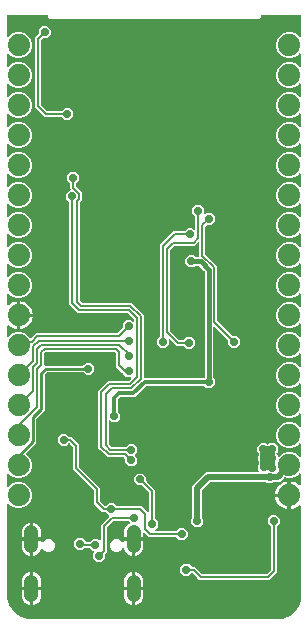
<source format=gbr>
G04 EAGLE Gerber RS-274X export*
G75*
%MOMM*%
%FSLAX34Y34*%
%LPD*%
%INBottom Copper*%
%IPPOS*%
%AMOC8*
5,1,8,0,0,1.08239X$1,22.5*%
G01*
%ADD10C,1.158000*%
%ADD11C,1.879600*%
%ADD12C,0.706400*%
%ADD13C,0.200000*%
%ADD14C,0.508000*%
%ADD15C,0.304800*%
%ADD16C,0.406400*%
%ADD17C,0.254000*%

G36*
X19686Y1363D02*
X19686Y1363D01*
X19782Y1379D01*
X19812Y1382D01*
X21858Y1382D01*
X21879Y1385D01*
X21926Y1385D01*
X22805Y1465D01*
X22813Y1462D01*
X22864Y1432D01*
X22927Y1419D01*
X22987Y1396D01*
X23081Y1387D01*
X23103Y1382D01*
X23114Y1384D01*
X23134Y1382D01*
X228797Y1382D01*
X228875Y1394D01*
X228953Y1398D01*
X228994Y1414D01*
X229038Y1421D01*
X229061Y1434D01*
X230043Y1383D01*
X230056Y1384D01*
X230081Y1382D01*
X230260Y1382D01*
X230271Y1384D01*
X230292Y1382D01*
X233406Y1517D01*
X233439Y1524D01*
X233472Y1523D01*
X233616Y1556D01*
X235352Y2148D01*
X237551Y2897D01*
X239673Y3620D01*
X239734Y3652D01*
X239798Y3676D01*
X239867Y3724D01*
X239888Y3735D01*
X239898Y3745D01*
X239919Y3760D01*
X244778Y7925D01*
X244823Y7978D01*
X244874Y8023D01*
X244920Y8094D01*
X244935Y8112D01*
X244940Y8125D01*
X244955Y8147D01*
X247921Y13818D01*
X247931Y13849D01*
X247949Y13877D01*
X247992Y14019D01*
X248604Y17090D01*
X248604Y17091D01*
X248618Y17237D01*
X248618Y96926D01*
X248606Y96998D01*
X248604Y97071D01*
X248587Y97118D01*
X248579Y97166D01*
X248544Y97231D01*
X248518Y97300D01*
X248487Y97338D01*
X248464Y97381D01*
X248410Y97432D01*
X248363Y97489D01*
X248321Y97515D01*
X248286Y97548D01*
X248219Y97579D01*
X248156Y97618D01*
X248108Y97629D01*
X248063Y97649D01*
X247990Y97656D01*
X247919Y97673D01*
X247870Y97668D01*
X247820Y97673D01*
X247749Y97657D01*
X247676Y97649D01*
X247631Y97629D01*
X247583Y97618D01*
X247520Y97579D01*
X247453Y97549D01*
X247397Y97502D01*
X247375Y97489D01*
X247365Y97476D01*
X247339Y97455D01*
X246778Y96894D01*
X245257Y95789D01*
X243583Y94936D01*
X241796Y94355D01*
X240499Y94150D01*
X240499Y105250D01*
X240495Y105274D01*
X240498Y105298D01*
X240475Y105394D01*
X240459Y105491D01*
X240448Y105512D01*
X240442Y105536D01*
X240391Y105619D01*
X240344Y105706D01*
X240327Y105723D01*
X240314Y105743D01*
X240238Y105806D01*
X240166Y105873D01*
X240144Y105883D01*
X240125Y105898D01*
X240034Y105933D01*
X239944Y105973D01*
X239920Y105976D01*
X239897Y105985D01*
X239750Y105999D01*
X238999Y105999D01*
X238999Y106001D01*
X239750Y106001D01*
X239774Y106005D01*
X239798Y106002D01*
X239894Y106025D01*
X239991Y106041D01*
X240012Y106052D01*
X240036Y106058D01*
X240120Y106109D01*
X240206Y106156D01*
X240223Y106173D01*
X240243Y106186D01*
X240306Y106262D01*
X240373Y106334D01*
X240383Y106356D01*
X240398Y106375D01*
X240433Y106467D01*
X240474Y106556D01*
X240476Y106580D01*
X240485Y106603D01*
X240499Y106750D01*
X240499Y117850D01*
X241796Y117645D01*
X243583Y117064D01*
X245257Y116211D01*
X246778Y115106D01*
X247339Y114545D01*
X247399Y114502D01*
X247453Y114452D01*
X247497Y114431D01*
X247538Y114403D01*
X247608Y114381D01*
X247675Y114351D01*
X247724Y114346D01*
X247771Y114332D01*
X247844Y114334D01*
X247918Y114327D01*
X247966Y114338D01*
X248015Y114340D01*
X248084Y114365D01*
X248155Y114382D01*
X248197Y114408D01*
X248243Y114425D01*
X248300Y114472D01*
X248363Y114511D01*
X248394Y114549D01*
X248432Y114580D01*
X248471Y114642D01*
X248518Y114699D01*
X248535Y114745D01*
X248561Y114787D01*
X248578Y114859D01*
X248604Y114928D01*
X248611Y115001D01*
X248617Y115025D01*
X248615Y115041D01*
X248618Y115074D01*
X248618Y123762D01*
X248606Y123835D01*
X248604Y123908D01*
X248587Y123954D01*
X248579Y124003D01*
X248544Y124068D01*
X248518Y124137D01*
X248487Y124175D01*
X248464Y124218D01*
X248410Y124269D01*
X248363Y124325D01*
X248321Y124351D01*
X248286Y124385D01*
X248219Y124416D01*
X248156Y124454D01*
X248108Y124466D01*
X248063Y124486D01*
X247990Y124493D01*
X247919Y124510D01*
X247870Y124505D01*
X247820Y124510D01*
X247749Y124493D01*
X247676Y124486D01*
X247631Y124466D01*
X247583Y124455D01*
X247520Y124416D01*
X247453Y124386D01*
X247397Y124339D01*
X247375Y124326D01*
X247365Y124313D01*
X247339Y124292D01*
X245187Y122140D01*
X241173Y120477D01*
X236827Y120477D01*
X235167Y121165D01*
X235048Y121193D01*
X234930Y121220D01*
X234798Y121207D01*
X234687Y121197D01*
X234687Y121196D01*
X234558Y121138D01*
X234465Y121096D01*
X234464Y121095D01*
X234351Y121002D01*
X230884Y117535D01*
X225897Y117535D01*
X225801Y117519D01*
X225704Y117510D01*
X225681Y117500D01*
X225656Y117496D01*
X225570Y117450D01*
X225481Y117409D01*
X225456Y117388D01*
X225441Y117381D01*
X225424Y117362D01*
X225367Y117316D01*
X224595Y116543D01*
X220405Y116543D01*
X219633Y117316D01*
X219553Y117373D01*
X219478Y117435D01*
X219455Y117443D01*
X219435Y117458D01*
X219341Y117486D01*
X219250Y117521D01*
X219217Y117524D01*
X219201Y117529D01*
X219176Y117528D01*
X219103Y117535D01*
X172594Y117535D01*
X172498Y117519D01*
X172401Y117510D01*
X172378Y117500D01*
X172353Y117496D01*
X172267Y117450D01*
X172178Y117409D01*
X172153Y117388D01*
X172138Y117381D01*
X172121Y117362D01*
X172064Y117316D01*
X165284Y110536D01*
X165227Y110456D01*
X165218Y110445D01*
X165191Y110416D01*
X165187Y110408D01*
X165165Y110381D01*
X165157Y110358D01*
X165142Y110337D01*
X165115Y110249D01*
X165090Y110194D01*
X165089Y110178D01*
X165079Y110153D01*
X165076Y110120D01*
X165071Y110104D01*
X165072Y110079D01*
X165065Y110006D01*
X165065Y87397D01*
X165081Y87301D01*
X165090Y87204D01*
X165100Y87181D01*
X165104Y87156D01*
X165150Y87070D01*
X165191Y86981D01*
X165212Y86956D01*
X165219Y86941D01*
X165238Y86924D01*
X165284Y86867D01*
X166057Y86095D01*
X166057Y81905D01*
X163095Y78943D01*
X158905Y78943D01*
X155943Y81905D01*
X155943Y86095D01*
X156716Y86867D01*
X156773Y86947D01*
X156835Y87022D01*
X156843Y87045D01*
X156858Y87065D01*
X156886Y87159D01*
X156921Y87250D01*
X156924Y87283D01*
X156929Y87299D01*
X156928Y87324D01*
X156935Y87397D01*
X156935Y113684D01*
X168916Y125665D01*
X212575Y125665D01*
X212648Y125677D01*
X212721Y125679D01*
X212767Y125696D01*
X212816Y125704D01*
X212881Y125739D01*
X212949Y125765D01*
X212988Y125796D01*
X213031Y125819D01*
X213081Y125873D01*
X213138Y125920D01*
X213164Y125962D01*
X213198Y125997D01*
X213228Y126064D01*
X213267Y126127D01*
X213278Y126175D01*
X213299Y126220D01*
X213306Y126293D01*
X213323Y126364D01*
X213318Y126413D01*
X213323Y126463D01*
X213306Y126534D01*
X213299Y126607D01*
X213279Y126652D01*
X213268Y126700D01*
X213229Y126763D01*
X213199Y126830D01*
X213152Y126886D01*
X213139Y126908D01*
X213126Y126918D01*
X213105Y126944D01*
X212543Y127505D01*
X212543Y131695D01*
X213032Y132183D01*
X213089Y132263D01*
X213151Y132338D01*
X213159Y132361D01*
X213174Y132381D01*
X213202Y132475D01*
X213237Y132566D01*
X213240Y132599D01*
X213245Y132615D01*
X213244Y132640D01*
X213251Y132713D01*
X213251Y134187D01*
X213235Y134283D01*
X213226Y134380D01*
X213216Y134403D01*
X213212Y134428D01*
X213166Y134514D01*
X213125Y134603D01*
X213104Y134628D01*
X213097Y134643D01*
X213078Y134660D01*
X213032Y134717D01*
X212343Y135405D01*
X212343Y139595D01*
X213032Y140283D01*
X213089Y140363D01*
X213151Y140438D01*
X213159Y140461D01*
X213174Y140481D01*
X213202Y140575D01*
X213237Y140666D01*
X213240Y140699D01*
X213245Y140715D01*
X213244Y140740D01*
X213251Y140813D01*
X213251Y141387D01*
X213235Y141483D01*
X213226Y141580D01*
X213216Y141603D01*
X213212Y141628D01*
X213166Y141714D01*
X213125Y141803D01*
X213104Y141828D01*
X213097Y141843D01*
X213078Y141860D01*
X213032Y141917D01*
X212043Y142905D01*
X212043Y147095D01*
X215005Y150057D01*
X219195Y150057D01*
X220183Y149068D01*
X220263Y149011D01*
X220338Y148949D01*
X220361Y148941D01*
X220381Y148926D01*
X220475Y148898D01*
X220566Y148863D01*
X220599Y148860D01*
X220615Y148855D01*
X220640Y148856D01*
X220713Y148849D01*
X220787Y148849D01*
X220883Y148865D01*
X220980Y148874D01*
X221003Y148884D01*
X221028Y148888D01*
X221114Y148934D01*
X221203Y148975D01*
X221228Y148996D01*
X221243Y149003D01*
X221260Y149022D01*
X221317Y149068D01*
X222405Y150157D01*
X226595Y150157D01*
X229557Y147195D01*
X229557Y143005D01*
X228281Y141730D01*
X228267Y141710D01*
X228248Y141694D01*
X228196Y141611D01*
X228139Y141531D01*
X228132Y141508D01*
X228119Y141487D01*
X228097Y141392D01*
X228068Y141298D01*
X228069Y141274D01*
X228063Y141250D01*
X228073Y141152D01*
X228076Y141054D01*
X228085Y141031D01*
X228087Y141007D01*
X228127Y140918D01*
X228162Y140826D01*
X228177Y140807D01*
X228187Y140784D01*
X228281Y140670D01*
X229660Y139291D01*
X229669Y139240D01*
X229671Y139167D01*
X229688Y139121D01*
X229696Y139072D01*
X229731Y139007D01*
X229757Y138938D01*
X229788Y138900D01*
X229811Y138857D01*
X229865Y138806D01*
X229912Y138750D01*
X229954Y138724D01*
X229989Y138690D01*
X230056Y138659D01*
X230119Y138621D01*
X230167Y138609D01*
X230212Y138589D01*
X230285Y138582D01*
X230356Y138565D01*
X230405Y138570D01*
X230455Y138565D01*
X230526Y138582D01*
X230599Y138589D01*
X230644Y138609D01*
X230692Y138620D01*
X230755Y138659D01*
X230822Y138689D01*
X230878Y138736D01*
X230900Y138749D01*
X230910Y138762D01*
X230936Y138783D01*
X232813Y140660D01*
X236827Y142323D01*
X241173Y142323D01*
X245187Y140660D01*
X247339Y138508D01*
X247399Y138465D01*
X247453Y138415D01*
X247497Y138394D01*
X247538Y138366D01*
X247608Y138344D01*
X247675Y138314D01*
X247724Y138309D01*
X247771Y138295D01*
X247844Y138297D01*
X247918Y138290D01*
X247966Y138301D01*
X248015Y138303D01*
X248084Y138329D01*
X248155Y138345D01*
X248197Y138371D01*
X248243Y138389D01*
X248300Y138435D01*
X248363Y138474D01*
X248394Y138512D01*
X248432Y138543D01*
X248471Y138606D01*
X248518Y138662D01*
X248535Y138708D01*
X248561Y138750D01*
X248578Y138822D01*
X248604Y138891D01*
X248611Y138964D01*
X248617Y138988D01*
X248615Y139005D01*
X248618Y139038D01*
X248618Y149162D01*
X248606Y149235D01*
X248604Y149308D01*
X248587Y149354D01*
X248579Y149403D01*
X248544Y149468D01*
X248518Y149537D01*
X248487Y149575D01*
X248464Y149618D01*
X248410Y149669D01*
X248363Y149725D01*
X248321Y149751D01*
X248286Y149785D01*
X248219Y149816D01*
X248156Y149854D01*
X248108Y149866D01*
X248063Y149886D01*
X247990Y149893D01*
X247919Y149910D01*
X247870Y149905D01*
X247820Y149910D01*
X247749Y149893D01*
X247676Y149886D01*
X247631Y149866D01*
X247583Y149855D01*
X247520Y149816D01*
X247453Y149786D01*
X247397Y149739D01*
X247375Y149726D01*
X247365Y149713D01*
X247339Y149692D01*
X245187Y147540D01*
X241173Y145877D01*
X236827Y145877D01*
X232813Y147540D01*
X229740Y150613D01*
X228077Y154627D01*
X228077Y158973D01*
X229740Y162987D01*
X232813Y166060D01*
X236827Y167723D01*
X241173Y167723D01*
X245187Y166060D01*
X247339Y163908D01*
X247399Y163865D01*
X247453Y163815D01*
X247497Y163794D01*
X247538Y163766D01*
X247608Y163744D01*
X247675Y163714D01*
X247724Y163709D01*
X247771Y163695D01*
X247844Y163697D01*
X247918Y163690D01*
X247966Y163701D01*
X248015Y163703D01*
X248084Y163729D01*
X248155Y163745D01*
X248197Y163771D01*
X248243Y163789D01*
X248300Y163835D01*
X248363Y163874D01*
X248394Y163912D01*
X248432Y163943D01*
X248471Y164006D01*
X248518Y164062D01*
X248535Y164108D01*
X248561Y164150D01*
X248578Y164222D01*
X248604Y164291D01*
X248611Y164364D01*
X248617Y164388D01*
X248615Y164405D01*
X248618Y164438D01*
X248618Y174562D01*
X248606Y174635D01*
X248604Y174708D01*
X248587Y174754D01*
X248579Y174803D01*
X248544Y174868D01*
X248518Y174937D01*
X248487Y174975D01*
X248464Y175018D01*
X248410Y175069D01*
X248363Y175125D01*
X248321Y175151D01*
X248286Y175185D01*
X248219Y175216D01*
X248156Y175254D01*
X248108Y175266D01*
X248063Y175286D01*
X247990Y175293D01*
X247919Y175310D01*
X247870Y175305D01*
X247820Y175310D01*
X247749Y175293D01*
X247676Y175286D01*
X247631Y175266D01*
X247583Y175255D01*
X247520Y175216D01*
X247453Y175186D01*
X247397Y175139D01*
X247375Y175126D01*
X247365Y175113D01*
X247339Y175092D01*
X245187Y172940D01*
X241173Y171277D01*
X236827Y171277D01*
X232813Y172940D01*
X229740Y176013D01*
X228077Y180027D01*
X228077Y184373D01*
X229740Y188387D01*
X232813Y191460D01*
X236827Y193123D01*
X241173Y193123D01*
X245187Y191460D01*
X247339Y189308D01*
X247399Y189265D01*
X247453Y189215D01*
X247497Y189194D01*
X247538Y189166D01*
X247608Y189144D01*
X247675Y189114D01*
X247724Y189109D01*
X247771Y189095D01*
X247844Y189097D01*
X247918Y189090D01*
X247966Y189101D01*
X248015Y189103D01*
X248084Y189129D01*
X248155Y189145D01*
X248197Y189171D01*
X248243Y189189D01*
X248300Y189235D01*
X248363Y189274D01*
X248394Y189312D01*
X248432Y189343D01*
X248471Y189406D01*
X248518Y189462D01*
X248535Y189508D01*
X248561Y189550D01*
X248578Y189622D01*
X248604Y189691D01*
X248611Y189764D01*
X248617Y189788D01*
X248615Y189805D01*
X248618Y189838D01*
X248618Y199962D01*
X248606Y200035D01*
X248604Y200108D01*
X248587Y200154D01*
X248579Y200203D01*
X248544Y200268D01*
X248518Y200337D01*
X248487Y200375D01*
X248464Y200418D01*
X248410Y200469D01*
X248363Y200525D01*
X248321Y200551D01*
X248286Y200585D01*
X248219Y200616D01*
X248156Y200654D01*
X248108Y200666D01*
X248063Y200686D01*
X247990Y200693D01*
X247919Y200710D01*
X247870Y200705D01*
X247820Y200710D01*
X247749Y200693D01*
X247676Y200686D01*
X247631Y200666D01*
X247583Y200655D01*
X247520Y200616D01*
X247453Y200586D01*
X247397Y200539D01*
X247375Y200526D01*
X247365Y200513D01*
X247339Y200492D01*
X245187Y198340D01*
X241173Y196677D01*
X236827Y196677D01*
X232813Y198340D01*
X229740Y201413D01*
X228077Y205427D01*
X228077Y209773D01*
X229740Y213787D01*
X232813Y216860D01*
X236827Y218523D01*
X241173Y218523D01*
X245187Y216860D01*
X247339Y214708D01*
X247399Y214665D01*
X247453Y214615D01*
X247497Y214594D01*
X247538Y214566D01*
X247608Y214544D01*
X247675Y214514D01*
X247724Y214509D01*
X247771Y214495D01*
X247844Y214497D01*
X247918Y214490D01*
X247966Y214501D01*
X248015Y214503D01*
X248084Y214529D01*
X248155Y214545D01*
X248197Y214571D01*
X248243Y214589D01*
X248300Y214635D01*
X248363Y214674D01*
X248394Y214712D01*
X248432Y214743D01*
X248471Y214806D01*
X248518Y214862D01*
X248535Y214908D01*
X248561Y214950D01*
X248578Y215022D01*
X248604Y215091D01*
X248611Y215164D01*
X248617Y215188D01*
X248615Y215205D01*
X248618Y215238D01*
X248618Y225362D01*
X248606Y225435D01*
X248604Y225508D01*
X248587Y225554D01*
X248579Y225603D01*
X248544Y225668D01*
X248518Y225737D01*
X248487Y225775D01*
X248464Y225818D01*
X248410Y225869D01*
X248363Y225925D01*
X248321Y225951D01*
X248286Y225985D01*
X248219Y226016D01*
X248156Y226054D01*
X248108Y226066D01*
X248063Y226086D01*
X247990Y226093D01*
X247919Y226110D01*
X247870Y226105D01*
X247820Y226110D01*
X247749Y226093D01*
X247676Y226086D01*
X247631Y226066D01*
X247583Y226055D01*
X247520Y226016D01*
X247453Y225986D01*
X247397Y225939D01*
X247375Y225926D01*
X247365Y225913D01*
X247339Y225892D01*
X245187Y223740D01*
X241173Y222077D01*
X236827Y222077D01*
X232813Y223740D01*
X229740Y226813D01*
X228077Y230827D01*
X228077Y235173D01*
X229740Y239187D01*
X232813Y242260D01*
X236827Y243923D01*
X241173Y243923D01*
X245187Y242260D01*
X247339Y240108D01*
X247399Y240065D01*
X247453Y240015D01*
X247497Y239994D01*
X247538Y239966D01*
X247608Y239944D01*
X247675Y239914D01*
X247724Y239909D01*
X247771Y239895D01*
X247844Y239897D01*
X247918Y239890D01*
X247966Y239901D01*
X248015Y239903D01*
X248084Y239929D01*
X248155Y239945D01*
X248197Y239971D01*
X248243Y239989D01*
X248300Y240035D01*
X248363Y240074D01*
X248394Y240112D01*
X248432Y240143D01*
X248471Y240206D01*
X248518Y240262D01*
X248535Y240308D01*
X248561Y240350D01*
X248578Y240422D01*
X248604Y240491D01*
X248611Y240564D01*
X248617Y240588D01*
X248615Y240605D01*
X248618Y240638D01*
X248618Y250762D01*
X248606Y250835D01*
X248604Y250908D01*
X248587Y250954D01*
X248579Y251003D01*
X248544Y251068D01*
X248518Y251137D01*
X248487Y251175D01*
X248464Y251218D01*
X248410Y251269D01*
X248363Y251325D01*
X248321Y251351D01*
X248286Y251385D01*
X248219Y251416D01*
X248156Y251454D01*
X248108Y251466D01*
X248063Y251486D01*
X247990Y251493D01*
X247919Y251510D01*
X247870Y251505D01*
X247820Y251510D01*
X247749Y251493D01*
X247676Y251486D01*
X247631Y251466D01*
X247583Y251455D01*
X247520Y251416D01*
X247453Y251386D01*
X247397Y251339D01*
X247375Y251326D01*
X247365Y251313D01*
X247339Y251292D01*
X245187Y249140D01*
X241173Y247477D01*
X236827Y247477D01*
X232813Y249140D01*
X229740Y252213D01*
X228077Y256227D01*
X228077Y260573D01*
X229740Y264587D01*
X232813Y267660D01*
X236827Y269323D01*
X241173Y269323D01*
X245187Y267660D01*
X247339Y265508D01*
X247399Y265465D01*
X247453Y265415D01*
X247497Y265394D01*
X247538Y265366D01*
X247608Y265344D01*
X247675Y265314D01*
X247724Y265309D01*
X247771Y265295D01*
X247844Y265297D01*
X247918Y265290D01*
X247966Y265301D01*
X248015Y265303D01*
X248084Y265329D01*
X248155Y265345D01*
X248197Y265371D01*
X248243Y265389D01*
X248300Y265435D01*
X248363Y265474D01*
X248394Y265512D01*
X248432Y265543D01*
X248471Y265606D01*
X248518Y265662D01*
X248535Y265708D01*
X248561Y265750D01*
X248578Y265822D01*
X248604Y265891D01*
X248611Y265964D01*
X248617Y265988D01*
X248615Y266005D01*
X248618Y266038D01*
X248618Y276162D01*
X248606Y276235D01*
X248604Y276308D01*
X248587Y276354D01*
X248579Y276403D01*
X248544Y276468D01*
X248518Y276537D01*
X248487Y276575D01*
X248464Y276618D01*
X248410Y276669D01*
X248363Y276725D01*
X248321Y276751D01*
X248286Y276785D01*
X248219Y276816D01*
X248156Y276854D01*
X248108Y276866D01*
X248063Y276886D01*
X247990Y276893D01*
X247919Y276910D01*
X247870Y276905D01*
X247820Y276910D01*
X247749Y276893D01*
X247676Y276886D01*
X247631Y276866D01*
X247583Y276855D01*
X247520Y276816D01*
X247453Y276786D01*
X247397Y276739D01*
X247375Y276726D01*
X247365Y276713D01*
X247339Y276692D01*
X245187Y274540D01*
X241173Y272877D01*
X236827Y272877D01*
X232813Y274540D01*
X229740Y277613D01*
X228077Y281627D01*
X228077Y285973D01*
X229740Y289987D01*
X232813Y293060D01*
X236827Y294723D01*
X241173Y294723D01*
X245187Y293060D01*
X247339Y290908D01*
X247399Y290865D01*
X247453Y290815D01*
X247497Y290794D01*
X247538Y290766D01*
X247608Y290744D01*
X247675Y290714D01*
X247724Y290709D01*
X247771Y290695D01*
X247844Y290697D01*
X247918Y290690D01*
X247966Y290701D01*
X248015Y290703D01*
X248084Y290729D01*
X248155Y290745D01*
X248197Y290771D01*
X248243Y290789D01*
X248300Y290835D01*
X248363Y290874D01*
X248394Y290912D01*
X248432Y290943D01*
X248471Y291006D01*
X248518Y291062D01*
X248535Y291108D01*
X248561Y291150D01*
X248578Y291222D01*
X248604Y291291D01*
X248611Y291364D01*
X248617Y291388D01*
X248615Y291405D01*
X248618Y291438D01*
X248618Y301562D01*
X248606Y301635D01*
X248604Y301708D01*
X248587Y301754D01*
X248579Y301803D01*
X248544Y301868D01*
X248518Y301937D01*
X248487Y301975D01*
X248464Y302018D01*
X248410Y302069D01*
X248363Y302125D01*
X248321Y302151D01*
X248286Y302185D01*
X248219Y302216D01*
X248156Y302254D01*
X248108Y302266D01*
X248063Y302286D01*
X247990Y302293D01*
X247919Y302310D01*
X247870Y302305D01*
X247820Y302310D01*
X247749Y302293D01*
X247676Y302286D01*
X247631Y302266D01*
X247583Y302255D01*
X247520Y302216D01*
X247453Y302186D01*
X247397Y302139D01*
X247375Y302126D01*
X247365Y302113D01*
X247339Y302092D01*
X245187Y299940D01*
X241173Y298277D01*
X236827Y298277D01*
X232813Y299940D01*
X229740Y303013D01*
X228077Y307027D01*
X228077Y311373D01*
X229740Y315387D01*
X232813Y318460D01*
X236827Y320123D01*
X241173Y320123D01*
X245187Y318460D01*
X247339Y316308D01*
X247399Y316265D01*
X247453Y316215D01*
X247497Y316194D01*
X247538Y316166D01*
X247608Y316144D01*
X247675Y316114D01*
X247724Y316109D01*
X247771Y316095D01*
X247844Y316097D01*
X247918Y316090D01*
X247966Y316101D01*
X248015Y316103D01*
X248084Y316129D01*
X248155Y316145D01*
X248197Y316171D01*
X248243Y316189D01*
X248300Y316235D01*
X248363Y316274D01*
X248394Y316312D01*
X248432Y316343D01*
X248471Y316406D01*
X248518Y316462D01*
X248535Y316508D01*
X248561Y316550D01*
X248578Y316622D01*
X248604Y316691D01*
X248611Y316764D01*
X248617Y316788D01*
X248615Y316805D01*
X248618Y316838D01*
X248618Y326962D01*
X248606Y327035D01*
X248604Y327108D01*
X248587Y327154D01*
X248579Y327203D01*
X248544Y327268D01*
X248518Y327337D01*
X248487Y327375D01*
X248464Y327418D01*
X248410Y327469D01*
X248363Y327525D01*
X248321Y327551D01*
X248286Y327585D01*
X248219Y327616D01*
X248156Y327654D01*
X248108Y327666D01*
X248063Y327686D01*
X247990Y327693D01*
X247919Y327710D01*
X247870Y327705D01*
X247820Y327710D01*
X247749Y327693D01*
X247676Y327686D01*
X247631Y327666D01*
X247583Y327655D01*
X247520Y327616D01*
X247453Y327586D01*
X247397Y327539D01*
X247375Y327526D01*
X247365Y327513D01*
X247339Y327492D01*
X245187Y325340D01*
X241173Y323677D01*
X236827Y323677D01*
X232813Y325340D01*
X229740Y328413D01*
X228077Y332427D01*
X228077Y336773D01*
X229740Y340787D01*
X232813Y343860D01*
X236827Y345523D01*
X241173Y345523D01*
X245187Y343860D01*
X247339Y341708D01*
X247399Y341665D01*
X247453Y341615D01*
X247497Y341594D01*
X247538Y341566D01*
X247608Y341544D01*
X247675Y341514D01*
X247724Y341509D01*
X247771Y341495D01*
X247844Y341497D01*
X247918Y341490D01*
X247966Y341501D01*
X248015Y341503D01*
X248084Y341529D01*
X248155Y341545D01*
X248197Y341571D01*
X248243Y341589D01*
X248300Y341635D01*
X248363Y341674D01*
X248394Y341712D01*
X248432Y341743D01*
X248471Y341806D01*
X248518Y341862D01*
X248535Y341908D01*
X248561Y341950D01*
X248578Y342022D01*
X248604Y342091D01*
X248611Y342164D01*
X248617Y342188D01*
X248615Y342205D01*
X248618Y342238D01*
X248618Y352362D01*
X248606Y352435D01*
X248604Y352508D01*
X248587Y352554D01*
X248579Y352603D01*
X248544Y352668D01*
X248518Y352737D01*
X248487Y352775D01*
X248464Y352818D01*
X248410Y352869D01*
X248363Y352925D01*
X248321Y352951D01*
X248286Y352985D01*
X248219Y353016D01*
X248156Y353054D01*
X248108Y353066D01*
X248063Y353086D01*
X247990Y353093D01*
X247919Y353110D01*
X247870Y353105D01*
X247820Y353110D01*
X247749Y353093D01*
X247676Y353086D01*
X247631Y353066D01*
X247583Y353055D01*
X247520Y353016D01*
X247453Y352986D01*
X247397Y352939D01*
X247375Y352926D01*
X247365Y352913D01*
X247339Y352892D01*
X245187Y350740D01*
X241173Y349077D01*
X236827Y349077D01*
X232813Y350740D01*
X229740Y353813D01*
X228077Y357827D01*
X228077Y362173D01*
X229740Y366187D01*
X232813Y369260D01*
X236827Y370923D01*
X241173Y370923D01*
X245187Y369260D01*
X247339Y367108D01*
X247399Y367065D01*
X247453Y367015D01*
X247497Y366994D01*
X247538Y366966D01*
X247608Y366944D01*
X247675Y366914D01*
X247724Y366909D01*
X247771Y366895D01*
X247844Y366897D01*
X247918Y366890D01*
X247966Y366901D01*
X248015Y366903D01*
X248084Y366929D01*
X248155Y366945D01*
X248197Y366971D01*
X248243Y366989D01*
X248300Y367035D01*
X248363Y367074D01*
X248394Y367112D01*
X248432Y367143D01*
X248471Y367206D01*
X248518Y367262D01*
X248535Y367308D01*
X248561Y367350D01*
X248578Y367422D01*
X248604Y367491D01*
X248611Y367564D01*
X248617Y367588D01*
X248615Y367605D01*
X248618Y367638D01*
X248618Y377762D01*
X248606Y377835D01*
X248604Y377908D01*
X248587Y377954D01*
X248579Y378003D01*
X248544Y378068D01*
X248518Y378137D01*
X248487Y378175D01*
X248464Y378218D01*
X248410Y378269D01*
X248363Y378325D01*
X248321Y378351D01*
X248286Y378385D01*
X248219Y378416D01*
X248156Y378454D01*
X248108Y378466D01*
X248063Y378486D01*
X247990Y378493D01*
X247919Y378510D01*
X247870Y378505D01*
X247820Y378510D01*
X247749Y378493D01*
X247676Y378486D01*
X247631Y378466D01*
X247583Y378455D01*
X247520Y378416D01*
X247453Y378386D01*
X247397Y378339D01*
X247375Y378326D01*
X247365Y378313D01*
X247339Y378292D01*
X245187Y376140D01*
X241173Y374477D01*
X236827Y374477D01*
X232813Y376140D01*
X229740Y379213D01*
X228077Y383227D01*
X228077Y387573D01*
X229740Y391587D01*
X232813Y394660D01*
X236827Y396323D01*
X241173Y396323D01*
X245187Y394660D01*
X247339Y392508D01*
X247399Y392465D01*
X247453Y392415D01*
X247497Y392394D01*
X247538Y392366D01*
X247608Y392344D01*
X247675Y392314D01*
X247724Y392309D01*
X247771Y392295D01*
X247844Y392297D01*
X247918Y392290D01*
X247966Y392301D01*
X248015Y392303D01*
X248084Y392329D01*
X248155Y392345D01*
X248197Y392371D01*
X248243Y392389D01*
X248300Y392435D01*
X248363Y392474D01*
X248394Y392512D01*
X248432Y392543D01*
X248471Y392606D01*
X248518Y392662D01*
X248535Y392708D01*
X248561Y392750D01*
X248578Y392822D01*
X248604Y392891D01*
X248611Y392964D01*
X248617Y392988D01*
X248615Y393005D01*
X248618Y393038D01*
X248618Y403162D01*
X248606Y403235D01*
X248604Y403308D01*
X248587Y403354D01*
X248579Y403403D01*
X248544Y403468D01*
X248518Y403537D01*
X248487Y403575D01*
X248464Y403618D01*
X248410Y403669D01*
X248363Y403725D01*
X248321Y403751D01*
X248286Y403785D01*
X248219Y403816D01*
X248156Y403854D01*
X248108Y403866D01*
X248063Y403886D01*
X247990Y403893D01*
X247919Y403910D01*
X247870Y403905D01*
X247820Y403910D01*
X247749Y403893D01*
X247676Y403886D01*
X247631Y403866D01*
X247583Y403855D01*
X247520Y403816D01*
X247453Y403786D01*
X247397Y403739D01*
X247375Y403726D01*
X247365Y403713D01*
X247339Y403692D01*
X245187Y401540D01*
X241173Y399877D01*
X236827Y399877D01*
X232813Y401540D01*
X229740Y404613D01*
X228077Y408627D01*
X228077Y412973D01*
X229740Y416987D01*
X232813Y420060D01*
X236827Y421723D01*
X241173Y421723D01*
X245187Y420060D01*
X247339Y417908D01*
X247399Y417865D01*
X247453Y417815D01*
X247497Y417794D01*
X247538Y417766D01*
X247608Y417744D01*
X247675Y417714D01*
X247724Y417709D01*
X247771Y417695D01*
X247844Y417697D01*
X247918Y417690D01*
X247966Y417701D01*
X248015Y417703D01*
X248084Y417729D01*
X248155Y417745D01*
X248197Y417771D01*
X248243Y417789D01*
X248300Y417835D01*
X248363Y417874D01*
X248394Y417912D01*
X248432Y417943D01*
X248471Y418006D01*
X248518Y418062D01*
X248535Y418108D01*
X248561Y418150D01*
X248578Y418222D01*
X248604Y418291D01*
X248611Y418364D01*
X248617Y418388D01*
X248615Y418405D01*
X248618Y418438D01*
X248618Y428562D01*
X248606Y428635D01*
X248604Y428708D01*
X248587Y428754D01*
X248579Y428803D01*
X248544Y428868D01*
X248518Y428937D01*
X248487Y428975D01*
X248464Y429018D01*
X248410Y429069D01*
X248363Y429125D01*
X248321Y429151D01*
X248286Y429185D01*
X248219Y429216D01*
X248156Y429254D01*
X248108Y429266D01*
X248063Y429286D01*
X247990Y429293D01*
X247919Y429310D01*
X247870Y429305D01*
X247820Y429310D01*
X247749Y429293D01*
X247676Y429286D01*
X247631Y429266D01*
X247583Y429255D01*
X247520Y429216D01*
X247453Y429186D01*
X247397Y429139D01*
X247375Y429126D01*
X247365Y429113D01*
X247339Y429092D01*
X245187Y426940D01*
X241173Y425277D01*
X236827Y425277D01*
X232813Y426940D01*
X229740Y430013D01*
X228077Y434027D01*
X228077Y438373D01*
X229740Y442387D01*
X232813Y445460D01*
X236827Y447123D01*
X241173Y447123D01*
X245187Y445460D01*
X247339Y443308D01*
X247399Y443265D01*
X247453Y443215D01*
X247497Y443194D01*
X247538Y443166D01*
X247608Y443144D01*
X247675Y443114D01*
X247724Y443109D01*
X247771Y443095D01*
X247844Y443097D01*
X247918Y443090D01*
X247966Y443101D01*
X248015Y443103D01*
X248084Y443129D01*
X248155Y443145D01*
X248197Y443171D01*
X248243Y443189D01*
X248300Y443235D01*
X248363Y443274D01*
X248394Y443312D01*
X248432Y443343D01*
X248471Y443406D01*
X248518Y443462D01*
X248535Y443508D01*
X248561Y443550D01*
X248578Y443622D01*
X248604Y443691D01*
X248611Y443764D01*
X248617Y443788D01*
X248615Y443805D01*
X248618Y443838D01*
X248618Y453962D01*
X248606Y454035D01*
X248604Y454108D01*
X248587Y454154D01*
X248579Y454203D01*
X248544Y454268D01*
X248518Y454337D01*
X248487Y454375D01*
X248464Y454418D01*
X248410Y454469D01*
X248363Y454525D01*
X248321Y454551D01*
X248286Y454585D01*
X248219Y454616D01*
X248156Y454654D01*
X248108Y454666D01*
X248063Y454686D01*
X247990Y454693D01*
X247919Y454710D01*
X247870Y454705D01*
X247820Y454710D01*
X247749Y454693D01*
X247676Y454686D01*
X247631Y454666D01*
X247583Y454655D01*
X247520Y454616D01*
X247453Y454586D01*
X247397Y454539D01*
X247375Y454526D01*
X247365Y454513D01*
X247339Y454492D01*
X245187Y452340D01*
X241173Y450677D01*
X236827Y450677D01*
X232813Y452340D01*
X229740Y455413D01*
X228077Y459427D01*
X228077Y463773D01*
X229740Y467787D01*
X232813Y470860D01*
X236827Y472523D01*
X241173Y472523D01*
X245187Y470860D01*
X247339Y468708D01*
X247399Y468665D01*
X247453Y468615D01*
X247497Y468594D01*
X247538Y468566D01*
X247608Y468544D01*
X247675Y468514D01*
X247724Y468509D01*
X247771Y468495D01*
X247844Y468497D01*
X247918Y468490D01*
X247966Y468501D01*
X248015Y468503D01*
X248084Y468529D01*
X248155Y468545D01*
X248197Y468571D01*
X248243Y468589D01*
X248300Y468635D01*
X248363Y468674D01*
X248394Y468712D01*
X248432Y468743D01*
X248471Y468806D01*
X248518Y468862D01*
X248535Y468908D01*
X248561Y468950D01*
X248578Y469022D01*
X248604Y469091D01*
X248611Y469164D01*
X248617Y469188D01*
X248615Y469205D01*
X248618Y469238D01*
X248618Y479362D01*
X248606Y479435D01*
X248604Y479508D01*
X248587Y479554D01*
X248579Y479603D01*
X248544Y479668D01*
X248518Y479737D01*
X248487Y479775D01*
X248464Y479818D01*
X248410Y479869D01*
X248363Y479925D01*
X248321Y479951D01*
X248286Y479985D01*
X248219Y480016D01*
X248156Y480054D01*
X248108Y480066D01*
X248063Y480086D01*
X247990Y480093D01*
X247919Y480110D01*
X247870Y480105D01*
X247820Y480110D01*
X247749Y480093D01*
X247676Y480086D01*
X247631Y480066D01*
X247583Y480055D01*
X247520Y480016D01*
X247453Y479986D01*
X247397Y479939D01*
X247375Y479926D01*
X247365Y479913D01*
X247339Y479892D01*
X245187Y477740D01*
X241173Y476077D01*
X236827Y476077D01*
X232813Y477740D01*
X229740Y480813D01*
X228077Y484827D01*
X228077Y489173D01*
X229740Y493187D01*
X232813Y496260D01*
X236827Y497923D01*
X241173Y497923D01*
X245187Y496260D01*
X247339Y494108D01*
X247399Y494065D01*
X247453Y494015D01*
X247497Y493994D01*
X247538Y493966D01*
X247608Y493944D01*
X247675Y493914D01*
X247724Y493909D01*
X247771Y493895D01*
X247844Y493897D01*
X247918Y493890D01*
X247966Y493901D01*
X248015Y493903D01*
X248084Y493929D01*
X248155Y493945D01*
X248197Y493971D01*
X248243Y493989D01*
X248300Y494035D01*
X248363Y494074D01*
X248394Y494112D01*
X248432Y494143D01*
X248471Y494206D01*
X248518Y494262D01*
X248535Y494308D01*
X248561Y494350D01*
X248578Y494422D01*
X248604Y494491D01*
X248611Y494564D01*
X248617Y494588D01*
X248615Y494605D01*
X248618Y494638D01*
X248618Y512000D01*
X248614Y512024D01*
X248617Y512049D01*
X248595Y512144D01*
X248579Y512241D01*
X248567Y512262D01*
X248561Y512286D01*
X248510Y512370D01*
X248464Y512456D01*
X248446Y512473D01*
X248433Y512494D01*
X248357Y512556D01*
X248286Y512623D01*
X248263Y512633D01*
X248244Y512649D01*
X248153Y512683D01*
X248063Y512724D01*
X248039Y512726D01*
X248016Y512735D01*
X247869Y512749D01*
X216131Y512749D01*
X216107Y512745D01*
X216082Y512748D01*
X215987Y512726D01*
X215890Y512710D01*
X215869Y512698D01*
X215845Y512692D01*
X215761Y512641D01*
X215675Y512595D01*
X215658Y512577D01*
X215637Y512564D01*
X215575Y512488D01*
X215508Y512417D01*
X215498Y512394D01*
X215482Y512375D01*
X215448Y512284D01*
X215407Y512194D01*
X215405Y512170D01*
X215396Y512147D01*
X215382Y512000D01*
X215382Y511013D01*
X213987Y509618D01*
X36013Y509618D01*
X34618Y511013D01*
X34618Y512000D01*
X34614Y512024D01*
X34617Y512049D01*
X34595Y512144D01*
X34579Y512241D01*
X34567Y512262D01*
X34561Y512286D01*
X34510Y512370D01*
X34464Y512456D01*
X34446Y512473D01*
X34433Y512494D01*
X34357Y512556D01*
X34286Y512623D01*
X34263Y512633D01*
X34244Y512649D01*
X34153Y512683D01*
X34063Y512724D01*
X34039Y512726D01*
X34016Y512735D01*
X33869Y512749D01*
X1131Y512749D01*
X1107Y512745D01*
X1082Y512748D01*
X987Y512725D01*
X890Y512710D01*
X869Y512698D01*
X845Y512692D01*
X761Y512641D01*
X675Y512595D01*
X658Y512577D01*
X637Y512564D01*
X575Y512488D01*
X508Y512416D01*
X498Y512394D01*
X482Y512375D01*
X448Y512284D01*
X407Y512194D01*
X405Y512170D01*
X396Y512147D01*
X382Y512000D01*
X382Y494638D01*
X394Y494565D01*
X396Y494492D01*
X413Y494446D01*
X421Y494397D01*
X456Y494332D01*
X482Y494263D01*
X513Y494225D01*
X536Y494182D01*
X590Y494131D01*
X637Y494075D01*
X679Y494049D01*
X714Y494015D01*
X781Y493984D01*
X844Y493946D01*
X892Y493934D01*
X937Y493914D01*
X1010Y493907D01*
X1081Y493890D01*
X1130Y493895D01*
X1180Y493890D01*
X1251Y493907D01*
X1324Y493914D01*
X1369Y493934D01*
X1417Y493945D01*
X1480Y493984D01*
X1547Y494014D01*
X1603Y494061D01*
X1625Y494074D01*
X1635Y494087D01*
X1661Y494108D01*
X3813Y496260D01*
X7827Y497923D01*
X12173Y497923D01*
X16187Y496260D01*
X19260Y493187D01*
X20923Y489173D01*
X20923Y484827D01*
X19260Y480813D01*
X16187Y477740D01*
X12173Y476077D01*
X7827Y476077D01*
X3813Y477740D01*
X1661Y479892D01*
X1601Y479935D01*
X1547Y479985D01*
X1503Y480006D01*
X1462Y480034D01*
X1392Y480056D01*
X1325Y480086D01*
X1276Y480091D01*
X1229Y480105D01*
X1156Y480103D01*
X1082Y480110D01*
X1034Y480099D01*
X985Y480097D01*
X916Y480071D01*
X845Y480055D01*
X803Y480029D01*
X757Y480011D01*
X700Y479965D01*
X637Y479926D01*
X606Y479888D01*
X568Y479857D01*
X529Y479794D01*
X482Y479738D01*
X465Y479692D01*
X439Y479650D01*
X422Y479578D01*
X396Y479509D01*
X389Y479436D01*
X383Y479412D01*
X385Y479395D01*
X382Y479362D01*
X382Y469238D01*
X394Y469165D01*
X396Y469092D01*
X413Y469046D01*
X421Y468997D01*
X456Y468932D01*
X482Y468863D01*
X513Y468825D01*
X536Y468782D01*
X590Y468731D01*
X637Y468675D01*
X679Y468649D01*
X714Y468615D01*
X781Y468584D01*
X844Y468546D01*
X892Y468534D01*
X937Y468514D01*
X1010Y468507D01*
X1081Y468490D01*
X1130Y468495D01*
X1180Y468490D01*
X1251Y468507D01*
X1324Y468514D01*
X1369Y468534D01*
X1417Y468545D01*
X1480Y468584D01*
X1547Y468614D01*
X1603Y468661D01*
X1625Y468674D01*
X1635Y468687D01*
X1661Y468708D01*
X3813Y470860D01*
X7827Y472523D01*
X12173Y472523D01*
X16187Y470860D01*
X19260Y467787D01*
X20923Y463773D01*
X20923Y459427D01*
X19260Y455413D01*
X16187Y452340D01*
X12173Y450677D01*
X7827Y450677D01*
X3813Y452340D01*
X1661Y454492D01*
X1601Y454535D01*
X1547Y454585D01*
X1503Y454606D01*
X1462Y454634D01*
X1392Y454656D01*
X1325Y454686D01*
X1276Y454691D01*
X1229Y454705D01*
X1156Y454703D01*
X1082Y454710D01*
X1034Y454699D01*
X985Y454697D01*
X916Y454671D01*
X845Y454655D01*
X803Y454629D01*
X757Y454611D01*
X700Y454565D01*
X637Y454526D01*
X606Y454488D01*
X568Y454457D01*
X529Y454394D01*
X482Y454338D01*
X465Y454292D01*
X439Y454250D01*
X422Y454178D01*
X396Y454109D01*
X389Y454036D01*
X383Y454012D01*
X385Y453995D01*
X382Y453962D01*
X382Y443838D01*
X394Y443765D01*
X396Y443692D01*
X413Y443646D01*
X421Y443597D01*
X456Y443532D01*
X482Y443463D01*
X513Y443425D01*
X536Y443382D01*
X590Y443331D01*
X637Y443275D01*
X679Y443249D01*
X714Y443215D01*
X781Y443184D01*
X844Y443146D01*
X892Y443134D01*
X937Y443114D01*
X1010Y443107D01*
X1081Y443090D01*
X1130Y443095D01*
X1180Y443090D01*
X1251Y443107D01*
X1324Y443114D01*
X1369Y443134D01*
X1417Y443145D01*
X1480Y443184D01*
X1547Y443214D01*
X1603Y443261D01*
X1625Y443274D01*
X1635Y443287D01*
X1661Y443308D01*
X3813Y445460D01*
X7827Y447123D01*
X12173Y447123D01*
X16187Y445460D01*
X19260Y442387D01*
X20923Y438373D01*
X20923Y434027D01*
X19260Y430013D01*
X16187Y426940D01*
X12173Y425277D01*
X7827Y425277D01*
X3813Y426940D01*
X1661Y429092D01*
X1601Y429135D01*
X1547Y429185D01*
X1503Y429206D01*
X1462Y429234D01*
X1392Y429256D01*
X1325Y429286D01*
X1276Y429291D01*
X1229Y429305D01*
X1156Y429303D01*
X1082Y429310D01*
X1034Y429299D01*
X985Y429297D01*
X916Y429271D01*
X845Y429255D01*
X803Y429229D01*
X757Y429211D01*
X700Y429165D01*
X637Y429126D01*
X606Y429088D01*
X568Y429057D01*
X529Y428994D01*
X482Y428938D01*
X465Y428892D01*
X439Y428850D01*
X422Y428778D01*
X396Y428709D01*
X389Y428636D01*
X383Y428612D01*
X385Y428595D01*
X382Y428562D01*
X382Y418438D01*
X394Y418365D01*
X396Y418292D01*
X413Y418246D01*
X421Y418197D01*
X456Y418132D01*
X482Y418063D01*
X513Y418025D01*
X536Y417982D01*
X590Y417931D01*
X637Y417875D01*
X679Y417849D01*
X714Y417815D01*
X781Y417784D01*
X844Y417746D01*
X892Y417734D01*
X937Y417714D01*
X1010Y417707D01*
X1081Y417690D01*
X1130Y417695D01*
X1180Y417690D01*
X1251Y417707D01*
X1324Y417714D01*
X1369Y417734D01*
X1417Y417745D01*
X1480Y417784D01*
X1547Y417814D01*
X1603Y417861D01*
X1625Y417874D01*
X1635Y417887D01*
X1661Y417908D01*
X3813Y420060D01*
X7827Y421723D01*
X12173Y421723D01*
X16187Y420060D01*
X19260Y416987D01*
X20923Y412973D01*
X20923Y408627D01*
X19260Y404613D01*
X16187Y401540D01*
X12173Y399877D01*
X7827Y399877D01*
X3813Y401540D01*
X1661Y403692D01*
X1601Y403735D01*
X1547Y403785D01*
X1503Y403806D01*
X1462Y403834D01*
X1392Y403856D01*
X1325Y403886D01*
X1276Y403891D01*
X1229Y403905D01*
X1156Y403903D01*
X1082Y403910D01*
X1034Y403899D01*
X985Y403897D01*
X916Y403871D01*
X845Y403855D01*
X803Y403829D01*
X757Y403811D01*
X700Y403765D01*
X637Y403726D01*
X606Y403688D01*
X568Y403657D01*
X529Y403594D01*
X482Y403538D01*
X465Y403492D01*
X439Y403450D01*
X422Y403378D01*
X396Y403309D01*
X389Y403236D01*
X383Y403212D01*
X385Y403195D01*
X382Y403162D01*
X382Y393038D01*
X394Y392965D01*
X396Y392892D01*
X413Y392846D01*
X421Y392797D01*
X456Y392732D01*
X482Y392663D01*
X513Y392625D01*
X536Y392582D01*
X590Y392531D01*
X637Y392475D01*
X679Y392449D01*
X714Y392415D01*
X781Y392384D01*
X844Y392346D01*
X892Y392334D01*
X937Y392314D01*
X1010Y392307D01*
X1081Y392290D01*
X1130Y392295D01*
X1180Y392290D01*
X1251Y392307D01*
X1324Y392314D01*
X1369Y392334D01*
X1417Y392345D01*
X1480Y392384D01*
X1547Y392414D01*
X1603Y392461D01*
X1625Y392474D01*
X1635Y392487D01*
X1661Y392508D01*
X3813Y394660D01*
X7827Y396323D01*
X12173Y396323D01*
X16187Y394660D01*
X19260Y391587D01*
X20923Y387573D01*
X20923Y383227D01*
X19260Y379213D01*
X16187Y376140D01*
X12173Y374477D01*
X7827Y374477D01*
X3813Y376140D01*
X1661Y378292D01*
X1601Y378335D01*
X1547Y378385D01*
X1503Y378406D01*
X1462Y378434D01*
X1392Y378456D01*
X1325Y378486D01*
X1276Y378491D01*
X1229Y378505D01*
X1156Y378503D01*
X1082Y378510D01*
X1034Y378499D01*
X985Y378497D01*
X916Y378471D01*
X845Y378455D01*
X803Y378429D01*
X757Y378411D01*
X700Y378365D01*
X637Y378326D01*
X606Y378288D01*
X568Y378257D01*
X529Y378194D01*
X482Y378138D01*
X465Y378092D01*
X439Y378050D01*
X422Y377978D01*
X396Y377909D01*
X389Y377836D01*
X383Y377812D01*
X385Y377795D01*
X382Y377762D01*
X382Y367638D01*
X394Y367565D01*
X396Y367492D01*
X413Y367446D01*
X421Y367397D01*
X456Y367332D01*
X482Y367263D01*
X513Y367225D01*
X536Y367182D01*
X590Y367131D01*
X637Y367075D01*
X679Y367049D01*
X714Y367015D01*
X781Y366984D01*
X844Y366946D01*
X892Y366934D01*
X937Y366914D01*
X1010Y366907D01*
X1081Y366890D01*
X1130Y366895D01*
X1180Y366890D01*
X1251Y366907D01*
X1324Y366914D01*
X1369Y366934D01*
X1417Y366945D01*
X1480Y366984D01*
X1547Y367014D01*
X1603Y367061D01*
X1625Y367074D01*
X1635Y367087D01*
X1661Y367108D01*
X3813Y369260D01*
X7827Y370923D01*
X12173Y370923D01*
X16187Y369260D01*
X19260Y366187D01*
X20923Y362173D01*
X20923Y357827D01*
X19260Y353813D01*
X16187Y350740D01*
X12173Y349077D01*
X7827Y349077D01*
X3813Y350740D01*
X1661Y352892D01*
X1601Y352935D01*
X1547Y352985D01*
X1503Y353006D01*
X1462Y353034D01*
X1392Y353056D01*
X1325Y353086D01*
X1276Y353091D01*
X1229Y353105D01*
X1156Y353103D01*
X1082Y353110D01*
X1034Y353099D01*
X985Y353097D01*
X916Y353071D01*
X845Y353055D01*
X803Y353029D01*
X757Y353011D01*
X700Y352965D01*
X637Y352926D01*
X606Y352888D01*
X568Y352857D01*
X529Y352794D01*
X482Y352738D01*
X465Y352692D01*
X439Y352650D01*
X422Y352578D01*
X396Y352509D01*
X389Y352436D01*
X383Y352412D01*
X385Y352395D01*
X382Y352362D01*
X382Y342238D01*
X384Y342225D01*
X383Y342219D01*
X389Y342196D01*
X394Y342165D01*
X396Y342092D01*
X413Y342046D01*
X421Y341997D01*
X456Y341932D01*
X482Y341863D01*
X513Y341825D01*
X536Y341782D01*
X590Y341731D01*
X637Y341675D01*
X679Y341649D01*
X714Y341615D01*
X781Y341584D01*
X844Y341546D01*
X892Y341534D01*
X937Y341514D01*
X1010Y341507D01*
X1081Y341490D01*
X1130Y341495D01*
X1180Y341490D01*
X1251Y341507D01*
X1324Y341514D01*
X1369Y341534D01*
X1417Y341545D01*
X1480Y341584D01*
X1547Y341614D01*
X1603Y341661D01*
X1625Y341674D01*
X1635Y341687D01*
X1661Y341708D01*
X3813Y343860D01*
X7827Y345523D01*
X12173Y345523D01*
X16187Y343860D01*
X19260Y340787D01*
X20923Y336773D01*
X20923Y332427D01*
X19260Y328413D01*
X16187Y325340D01*
X12173Y323677D01*
X7827Y323677D01*
X3813Y325340D01*
X1661Y327492D01*
X1601Y327535D01*
X1547Y327585D01*
X1503Y327606D01*
X1462Y327634D01*
X1392Y327656D01*
X1325Y327686D01*
X1276Y327691D01*
X1229Y327705D01*
X1156Y327703D01*
X1082Y327710D01*
X1034Y327699D01*
X985Y327697D01*
X916Y327671D01*
X845Y327655D01*
X803Y327629D01*
X757Y327611D01*
X700Y327565D01*
X637Y327526D01*
X606Y327488D01*
X568Y327457D01*
X529Y327394D01*
X482Y327338D01*
X465Y327292D01*
X439Y327250D01*
X422Y327178D01*
X396Y327109D01*
X389Y327036D01*
X383Y327012D01*
X385Y326995D01*
X382Y326962D01*
X382Y316838D01*
X394Y316765D01*
X396Y316692D01*
X413Y316646D01*
X421Y316597D01*
X456Y316532D01*
X482Y316463D01*
X513Y316425D01*
X536Y316382D01*
X590Y316331D01*
X637Y316275D01*
X679Y316249D01*
X714Y316215D01*
X781Y316184D01*
X844Y316146D01*
X892Y316134D01*
X937Y316114D01*
X1010Y316107D01*
X1081Y316090D01*
X1130Y316095D01*
X1180Y316090D01*
X1251Y316107D01*
X1324Y316114D01*
X1369Y316134D01*
X1417Y316145D01*
X1480Y316184D01*
X1547Y316214D01*
X1603Y316261D01*
X1625Y316274D01*
X1635Y316287D01*
X1661Y316308D01*
X3813Y318460D01*
X7827Y320123D01*
X12173Y320123D01*
X16187Y318460D01*
X19260Y315387D01*
X20923Y311373D01*
X20923Y307027D01*
X19260Y303013D01*
X16187Y299940D01*
X12173Y298277D01*
X7827Y298277D01*
X3813Y299940D01*
X1661Y302092D01*
X1601Y302135D01*
X1547Y302185D01*
X1503Y302206D01*
X1462Y302234D01*
X1392Y302256D01*
X1325Y302286D01*
X1276Y302291D01*
X1229Y302305D01*
X1156Y302303D01*
X1082Y302310D01*
X1034Y302299D01*
X985Y302297D01*
X916Y302271D01*
X845Y302255D01*
X803Y302229D01*
X757Y302211D01*
X700Y302165D01*
X637Y302126D01*
X606Y302088D01*
X568Y302057D01*
X529Y301994D01*
X482Y301938D01*
X465Y301892D01*
X439Y301850D01*
X422Y301778D01*
X396Y301709D01*
X389Y301636D01*
X383Y301612D01*
X385Y301595D01*
X382Y301562D01*
X382Y291438D01*
X394Y291365D01*
X396Y291292D01*
X413Y291246D01*
X421Y291197D01*
X456Y291132D01*
X482Y291063D01*
X513Y291025D01*
X536Y290982D01*
X590Y290931D01*
X637Y290875D01*
X679Y290849D01*
X714Y290815D01*
X781Y290784D01*
X844Y290746D01*
X892Y290734D01*
X937Y290714D01*
X1010Y290707D01*
X1081Y290690D01*
X1130Y290695D01*
X1180Y290690D01*
X1251Y290707D01*
X1324Y290714D01*
X1369Y290734D01*
X1417Y290745D01*
X1480Y290784D01*
X1547Y290814D01*
X1603Y290861D01*
X1625Y290874D01*
X1635Y290887D01*
X1661Y290908D01*
X3813Y293060D01*
X7827Y294723D01*
X12173Y294723D01*
X16187Y293060D01*
X19260Y289987D01*
X20923Y285973D01*
X20923Y281627D01*
X19260Y277613D01*
X16187Y274540D01*
X12173Y272877D01*
X7827Y272877D01*
X3813Y274540D01*
X1661Y276692D01*
X1601Y276735D01*
X1547Y276785D01*
X1503Y276806D01*
X1462Y276834D01*
X1392Y276856D01*
X1325Y276886D01*
X1276Y276891D01*
X1229Y276905D01*
X1156Y276903D01*
X1082Y276910D01*
X1034Y276899D01*
X985Y276897D01*
X916Y276871D01*
X845Y276855D01*
X803Y276829D01*
X757Y276811D01*
X700Y276765D01*
X637Y276726D01*
X606Y276688D01*
X568Y276657D01*
X529Y276594D01*
X482Y276538D01*
X465Y276492D01*
X439Y276450D01*
X422Y276378D01*
X396Y276309D01*
X389Y276236D01*
X383Y276212D01*
X385Y276195D01*
X382Y276162D01*
X382Y267474D01*
X394Y267402D01*
X396Y267329D01*
X413Y267282D01*
X421Y267234D01*
X456Y267169D01*
X482Y267100D01*
X513Y267062D01*
X536Y267019D01*
X590Y266968D01*
X637Y266911D01*
X679Y266885D01*
X714Y266852D01*
X781Y266821D01*
X844Y266782D01*
X892Y266771D01*
X937Y266751D01*
X1010Y266744D01*
X1081Y266727D01*
X1130Y266732D01*
X1180Y266727D01*
X1251Y266743D01*
X1324Y266751D01*
X1369Y266771D01*
X1417Y266782D01*
X1480Y266821D01*
X1547Y266851D01*
X1603Y266898D01*
X1625Y266911D01*
X1635Y266924D01*
X1661Y266945D01*
X2222Y267506D01*
X3743Y268611D01*
X5417Y269464D01*
X7204Y270045D01*
X8501Y270250D01*
X8501Y259150D01*
X8505Y259126D01*
X8502Y259102D01*
X8525Y259006D01*
X8540Y258909D01*
X8552Y258888D01*
X8558Y258864D01*
X8609Y258781D01*
X8655Y258694D01*
X8673Y258677D01*
X8686Y258657D01*
X8762Y258594D01*
X8834Y258527D01*
X8856Y258517D01*
X8875Y258502D01*
X8966Y258467D01*
X9056Y258427D01*
X9080Y258424D01*
X9103Y258415D01*
X9250Y258401D01*
X10001Y258401D01*
X10001Y258399D01*
X9250Y258399D01*
X9226Y258395D01*
X9201Y258398D01*
X9106Y258375D01*
X9009Y258359D01*
X8988Y258348D01*
X8964Y258342D01*
X8880Y258291D01*
X8794Y258244D01*
X8777Y258227D01*
X8756Y258214D01*
X8694Y258138D01*
X8627Y258066D01*
X8617Y258044D01*
X8602Y258025D01*
X8567Y257933D01*
X8526Y257844D01*
X8524Y257820D01*
X8515Y257797D01*
X8501Y257650D01*
X8501Y246550D01*
X7204Y246755D01*
X5417Y247336D01*
X3743Y248189D01*
X2222Y249294D01*
X1661Y249855D01*
X1601Y249898D01*
X1547Y249948D01*
X1503Y249969D01*
X1462Y249997D01*
X1392Y250019D01*
X1325Y250049D01*
X1276Y250054D01*
X1229Y250068D01*
X1156Y250066D01*
X1082Y250073D01*
X1034Y250062D01*
X985Y250060D01*
X916Y250035D01*
X845Y250018D01*
X803Y249992D01*
X757Y249975D01*
X700Y249928D01*
X637Y249889D01*
X606Y249851D01*
X568Y249820D01*
X529Y249758D01*
X482Y249701D01*
X465Y249655D01*
X439Y249613D01*
X422Y249541D01*
X396Y249472D01*
X389Y249399D01*
X383Y249375D01*
X385Y249359D01*
X382Y249326D01*
X382Y240638D01*
X394Y240565D01*
X396Y240492D01*
X413Y240446D01*
X421Y240397D01*
X456Y240332D01*
X482Y240263D01*
X513Y240225D01*
X536Y240182D01*
X590Y240131D01*
X637Y240075D01*
X679Y240049D01*
X714Y240015D01*
X781Y239984D01*
X844Y239946D01*
X892Y239934D01*
X937Y239914D01*
X1010Y239907D01*
X1081Y239890D01*
X1130Y239895D01*
X1180Y239890D01*
X1251Y239907D01*
X1324Y239914D01*
X1369Y239934D01*
X1417Y239945D01*
X1480Y239984D01*
X1547Y240014D01*
X1603Y240061D01*
X1625Y240074D01*
X1635Y240087D01*
X1661Y240108D01*
X3813Y242260D01*
X7827Y243923D01*
X12173Y243923D01*
X16187Y242260D01*
X19326Y239121D01*
X19339Y239100D01*
X19377Y239069D01*
X19408Y239031D01*
X19471Y238992D01*
X19528Y238945D01*
X19574Y238928D01*
X19615Y238902D01*
X19687Y238885D01*
X19756Y238859D01*
X19805Y238858D01*
X19853Y238847D01*
X19926Y238854D01*
X20000Y238851D01*
X20047Y238865D01*
X20096Y238870D01*
X20163Y238901D01*
X20233Y238922D01*
X20273Y238950D01*
X20318Y238971D01*
X20431Y239064D01*
X20432Y239064D01*
X22718Y241350D01*
X24416Y243049D01*
X93168Y243049D01*
X93264Y243065D01*
X93361Y243074D01*
X93384Y243084D01*
X93409Y243088D01*
X93495Y243134D01*
X93583Y243175D01*
X93609Y243196D01*
X93624Y243203D01*
X93641Y243222D01*
X93698Y243268D01*
X97724Y247294D01*
X97781Y247374D01*
X97843Y247449D01*
X97851Y247472D01*
X97866Y247493D01*
X97894Y247586D01*
X97929Y247677D01*
X97932Y247710D01*
X97937Y247726D01*
X97936Y247751D01*
X97943Y247824D01*
X97943Y251095D01*
X100905Y254057D01*
X105095Y254057D01*
X106196Y252955D01*
X106256Y252912D01*
X106310Y252862D01*
X106354Y252842D01*
X106395Y252813D01*
X106465Y252792D01*
X106532Y252761D01*
X106581Y252756D01*
X106628Y252742D01*
X106701Y252744D01*
X106775Y252737D01*
X106823Y252748D01*
X106872Y252750D01*
X106941Y252776D01*
X107012Y252792D01*
X107054Y252818D01*
X107100Y252836D01*
X107157Y252882D01*
X107220Y252921D01*
X107251Y252959D01*
X107289Y252990D01*
X107328Y253053D01*
X107375Y253110D01*
X107392Y253156D01*
X107418Y253198D01*
X107435Y253269D01*
X107461Y253338D01*
X107468Y253411D01*
X107474Y253435D01*
X107472Y253452D01*
X107475Y253485D01*
X107475Y254644D01*
X107474Y254653D01*
X107474Y254654D01*
X107473Y254655D01*
X107459Y254740D01*
X107450Y254837D01*
X107440Y254860D01*
X107436Y254885D01*
X107390Y254971D01*
X107349Y255059D01*
X107328Y255085D01*
X107321Y255100D01*
X107302Y255117D01*
X107256Y255174D01*
X102174Y260256D01*
X102094Y260313D01*
X102019Y260375D01*
X101996Y260383D01*
X101975Y260398D01*
X101882Y260426D01*
X101791Y260461D01*
X101758Y260464D01*
X101742Y260469D01*
X101717Y260468D01*
X101644Y260475D01*
X59954Y260475D01*
X52475Y267954D01*
X52475Y354063D01*
X52459Y354159D01*
X52450Y354256D01*
X52440Y354279D01*
X52436Y354304D01*
X52390Y354390D01*
X52349Y354479D01*
X52328Y354504D01*
X52321Y354519D01*
X52302Y354536D01*
X52256Y354593D01*
X49943Y356905D01*
X49943Y361095D01*
X52905Y364057D01*
X53128Y364057D01*
X53201Y364069D01*
X53274Y364071D01*
X53320Y364088D01*
X53369Y364096D01*
X53434Y364131D01*
X53503Y364157D01*
X53541Y364188D01*
X53584Y364211D01*
X53635Y364265D01*
X53691Y364312D01*
X53718Y364354D01*
X53751Y364389D01*
X53782Y364456D01*
X53820Y364519D01*
X53832Y364567D01*
X53852Y364612D01*
X53859Y364685D01*
X53876Y364756D01*
X53871Y364805D01*
X53876Y364855D01*
X53859Y364926D01*
X53852Y364999D01*
X53832Y365044D01*
X53821Y365092D01*
X53782Y365155D01*
X53752Y365222D01*
X53705Y365278D01*
X53692Y365300D01*
X53679Y365310D01*
X53658Y365336D01*
X53475Y365519D01*
X53475Y370063D01*
X53459Y370159D01*
X53450Y370256D01*
X53440Y370279D01*
X53436Y370304D01*
X53390Y370390D01*
X53349Y370479D01*
X53328Y370504D01*
X53321Y370519D01*
X53302Y370536D01*
X53256Y370593D01*
X50943Y372905D01*
X50943Y377095D01*
X53905Y380057D01*
X58095Y380057D01*
X61057Y377095D01*
X61057Y372905D01*
X58744Y370593D01*
X58687Y370513D01*
X58625Y370438D01*
X58617Y370415D01*
X58602Y370395D01*
X58574Y370301D01*
X58539Y370210D01*
X58536Y370177D01*
X58531Y370161D01*
X58532Y370136D01*
X58525Y370063D01*
X58525Y367921D01*
X58541Y367824D01*
X58550Y367727D01*
X58560Y367705D01*
X58564Y367680D01*
X58610Y367594D01*
X58651Y367505D01*
X58672Y367479D01*
X58679Y367465D01*
X58698Y367448D01*
X58744Y367391D01*
X63581Y362554D01*
X63581Y355446D01*
X62236Y354101D01*
X62179Y354022D01*
X62117Y353946D01*
X62109Y353923D01*
X62094Y353903D01*
X62066Y353809D01*
X62031Y353718D01*
X62028Y353685D01*
X62023Y353669D01*
X62024Y353644D01*
X62017Y353571D01*
X62017Y270848D01*
X62033Y270752D01*
X62042Y270655D01*
X62052Y270632D01*
X62056Y270607D01*
X62102Y270521D01*
X62142Y270432D01*
X62163Y270407D01*
X62171Y270392D01*
X62190Y270375D01*
X62236Y270318D01*
X63286Y269268D01*
X63365Y269211D01*
X63441Y269149D01*
X63464Y269141D01*
X63484Y269126D01*
X63578Y269098D01*
X63669Y269063D01*
X63702Y269060D01*
X63718Y269055D01*
X63743Y269056D01*
X63816Y269049D01*
X105506Y269049D01*
X116049Y258506D01*
X116049Y205798D01*
X116053Y205774D01*
X116050Y205749D01*
X116072Y205654D01*
X116088Y205557D01*
X116100Y205536D01*
X116106Y205512D01*
X116157Y205428D01*
X116203Y205342D01*
X116221Y205325D01*
X116234Y205304D01*
X116310Y205242D01*
X116381Y205175D01*
X116404Y205165D01*
X116423Y205149D01*
X116514Y205115D01*
X116604Y205074D01*
X116628Y205072D01*
X116651Y205063D01*
X116798Y205049D01*
X166587Y205049D01*
X166683Y205065D01*
X166780Y205074D01*
X166803Y205084D01*
X166828Y205088D01*
X166914Y205134D01*
X167003Y205175D01*
X167028Y205196D01*
X167043Y205203D01*
X167060Y205222D01*
X167117Y205268D01*
X167224Y205375D01*
X167267Y205435D01*
X167316Y205487D01*
X167326Y205509D01*
X167343Y205530D01*
X167351Y205553D01*
X167366Y205573D01*
X167388Y205647D01*
X167417Y205710D01*
X167419Y205732D01*
X167429Y205758D01*
X167432Y205791D01*
X167437Y205807D01*
X167436Y205832D01*
X167443Y205905D01*
X167443Y295216D01*
X167427Y295313D01*
X167418Y295410D01*
X167408Y295432D01*
X167404Y295457D01*
X167358Y295543D01*
X167317Y295632D01*
X167296Y295658D01*
X167289Y295672D01*
X167270Y295689D01*
X167224Y295746D01*
X162746Y300224D01*
X162667Y300281D01*
X162592Y300343D01*
X162568Y300351D01*
X162548Y300366D01*
X162455Y300394D01*
X162363Y300429D01*
X162330Y300432D01*
X162314Y300437D01*
X162290Y300436D01*
X162216Y300443D01*
X159905Y300443D01*
X159809Y300427D01*
X159712Y300418D01*
X159689Y300408D01*
X159664Y300404D01*
X159578Y300358D01*
X159489Y300317D01*
X159464Y300296D01*
X159449Y300289D01*
X159432Y300270D01*
X159375Y300224D01*
X158095Y298943D01*
X153905Y298943D01*
X150943Y301905D01*
X150943Y306095D01*
X153905Y309057D01*
X158095Y309057D01*
X159375Y307776D01*
X159455Y307719D01*
X159530Y307657D01*
X159553Y307649D01*
X159573Y307634D01*
X159667Y307606D01*
X159758Y307571D01*
X159791Y307568D01*
X159807Y307563D01*
X159832Y307564D01*
X159905Y307557D01*
X162250Y307557D01*
X162274Y307561D01*
X162299Y307558D01*
X162394Y307580D01*
X162491Y307596D01*
X162512Y307608D01*
X162536Y307614D01*
X162620Y307665D01*
X162706Y307711D01*
X162723Y307729D01*
X162744Y307742D01*
X162806Y307818D01*
X162873Y307889D01*
X162883Y307912D01*
X162899Y307931D01*
X162933Y308022D01*
X162974Y308112D01*
X162976Y308136D01*
X162985Y308159D01*
X162999Y308306D01*
X162999Y319620D01*
X162987Y319692D01*
X162985Y319766D01*
X162968Y319812D01*
X162960Y319861D01*
X162925Y319925D01*
X162899Y319994D01*
X162868Y320032D01*
X162845Y320076D01*
X162791Y320126D01*
X162744Y320183D01*
X162703Y320209D01*
X162667Y320243D01*
X162600Y320273D01*
X162537Y320312D01*
X162489Y320323D01*
X162444Y320344D01*
X162371Y320351D01*
X162300Y320368D01*
X162251Y320363D01*
X162201Y320368D01*
X162130Y320351D01*
X162057Y320344D01*
X162012Y320324D01*
X161964Y320312D01*
X161901Y320274D01*
X161834Y320243D01*
X161778Y320197D01*
X161756Y320184D01*
X161746Y320171D01*
X161720Y320150D01*
X159046Y317475D01*
X142356Y317475D01*
X142260Y317459D01*
X142163Y317450D01*
X142140Y317440D01*
X142115Y317436D01*
X142029Y317390D01*
X141941Y317349D01*
X141915Y317328D01*
X141900Y317321D01*
X141883Y317302D01*
X141826Y317256D01*
X138268Y313698D01*
X138211Y313618D01*
X138149Y313543D01*
X138141Y313520D01*
X138126Y313499D01*
X138098Y313406D01*
X138063Y313315D01*
X138060Y313282D01*
X138055Y313266D01*
X138056Y313241D01*
X138049Y313168D01*
X138049Y245832D01*
X138065Y245736D01*
X138074Y245639D01*
X138084Y245616D01*
X138088Y245591D01*
X138134Y245505D01*
X138175Y245417D01*
X138196Y245391D01*
X138203Y245376D01*
X138222Y245359D01*
X138268Y245302D01*
X145826Y237744D01*
X145906Y237687D01*
X145981Y237625D01*
X146004Y237617D01*
X146025Y237602D01*
X146118Y237574D01*
X146209Y237539D01*
X146242Y237536D01*
X146258Y237531D01*
X146283Y237532D01*
X146356Y237525D01*
X149063Y237525D01*
X149159Y237541D01*
X149256Y237550D01*
X149279Y237560D01*
X149304Y237564D01*
X149390Y237610D01*
X149479Y237651D01*
X149504Y237672D01*
X149519Y237679D01*
X149536Y237698D01*
X149593Y237744D01*
X151905Y240057D01*
X156095Y240057D01*
X159057Y237095D01*
X159057Y232905D01*
X156095Y229943D01*
X151905Y229943D01*
X149593Y232256D01*
X149514Y232313D01*
X149438Y232375D01*
X149415Y232383D01*
X149395Y232398D01*
X149301Y232426D01*
X149210Y232461D01*
X149177Y232464D01*
X149161Y232469D01*
X149136Y232468D01*
X149063Y232475D01*
X143954Y232475D01*
X138336Y238094D01*
X138276Y238137D01*
X138222Y238187D01*
X138178Y238207D01*
X138137Y238236D01*
X138067Y238257D01*
X138000Y238288D01*
X137951Y238292D01*
X137904Y238307D01*
X137831Y238304D01*
X137757Y238312D01*
X137709Y238300D01*
X137660Y238299D01*
X137591Y238273D01*
X137520Y238256D01*
X137478Y238230D01*
X137432Y238213D01*
X137375Y238166D01*
X137312Y238128D01*
X137281Y238090D01*
X137243Y238058D01*
X137204Y237996D01*
X137157Y237939D01*
X137140Y237893D01*
X137114Y237851D01*
X137097Y237780D01*
X137071Y237711D01*
X137064Y237638D01*
X137058Y237614D01*
X137060Y237597D01*
X137057Y237564D01*
X137057Y233905D01*
X134095Y230943D01*
X129905Y230943D01*
X126943Y233905D01*
X126943Y238095D01*
X129256Y240407D01*
X129313Y240487D01*
X129375Y240562D01*
X129383Y240585D01*
X129398Y240605D01*
X129426Y240699D01*
X129461Y240790D01*
X129464Y240823D01*
X129469Y240839D01*
X129468Y240864D01*
X129475Y240937D01*
X129475Y318046D01*
X140954Y329525D01*
X150063Y329525D01*
X150159Y329541D01*
X150256Y329550D01*
X150279Y329560D01*
X150304Y329564D01*
X150390Y329610D01*
X150479Y329651D01*
X150504Y329672D01*
X150519Y329679D01*
X150524Y329685D01*
X150525Y329685D01*
X150538Y329699D01*
X150593Y329744D01*
X152905Y332057D01*
X157095Y332057D01*
X158196Y330955D01*
X158256Y330912D01*
X158310Y330862D01*
X158354Y330842D01*
X158395Y330813D01*
X158465Y330792D01*
X158532Y330761D01*
X158581Y330756D01*
X158628Y330742D01*
X158701Y330744D01*
X158775Y330737D01*
X158823Y330748D01*
X158872Y330750D01*
X158941Y330776D01*
X159012Y330792D01*
X159054Y330818D01*
X159100Y330836D01*
X159157Y330882D01*
X159220Y330921D01*
X159251Y330959D01*
X159289Y330990D01*
X159328Y331053D01*
X159375Y331110D01*
X159392Y331156D01*
X159418Y331198D01*
X159435Y331269D01*
X159461Y331338D01*
X159468Y331411D01*
X159474Y331435D01*
X159472Y331452D01*
X159475Y331485D01*
X159475Y342063D01*
X159459Y342159D01*
X159450Y342256D01*
X159440Y342279D01*
X159436Y342304D01*
X159390Y342390D01*
X159349Y342479D01*
X159328Y342504D01*
X159321Y342519D01*
X159302Y342536D01*
X159256Y342593D01*
X156943Y344905D01*
X156943Y349095D01*
X159905Y352057D01*
X164095Y352057D01*
X167057Y349095D01*
X167057Y345017D01*
X167069Y344944D01*
X167071Y344871D01*
X167088Y344825D01*
X167096Y344776D01*
X167131Y344711D01*
X167157Y344643D01*
X167188Y344604D01*
X167211Y344561D01*
X167265Y344511D01*
X167312Y344454D01*
X167354Y344428D01*
X167389Y344394D01*
X167456Y344364D01*
X167519Y344325D01*
X167567Y344314D01*
X167612Y344293D01*
X167685Y344286D01*
X167756Y344269D01*
X167805Y344274D01*
X167855Y344269D01*
X167926Y344286D01*
X167999Y344293D01*
X168044Y344313D01*
X168092Y344324D01*
X168155Y344363D01*
X168222Y344393D01*
X168278Y344440D01*
X168300Y344453D01*
X168310Y344466D01*
X168336Y344487D01*
X168905Y345057D01*
X173095Y345057D01*
X176057Y342095D01*
X176057Y337905D01*
X173095Y334943D01*
X169824Y334943D01*
X169728Y334927D01*
X169631Y334918D01*
X169608Y334908D01*
X169583Y334904D01*
X169497Y334857D01*
X169409Y334817D01*
X169383Y334796D01*
X169368Y334789D01*
X169351Y334770D01*
X169294Y334724D01*
X168268Y333698D01*
X168211Y333618D01*
X168149Y333543D01*
X168141Y333520D01*
X168126Y333499D01*
X168098Y333406D01*
X168063Y333315D01*
X168060Y333282D01*
X168055Y333266D01*
X168056Y333241D01*
X168049Y333168D01*
X168049Y310275D01*
X168065Y310179D01*
X168074Y310082D01*
X168084Y310059D01*
X168088Y310035D01*
X168134Y309948D01*
X168175Y309860D01*
X168196Y309834D01*
X168203Y309819D01*
X168222Y309802D01*
X168268Y309745D01*
X178081Y299933D01*
X178081Y253800D01*
X178097Y253704D01*
X178106Y253607D01*
X178116Y253584D01*
X178120Y253559D01*
X178166Y253473D01*
X178207Y253385D01*
X178228Y253359D01*
X178235Y253344D01*
X178254Y253327D01*
X178300Y253270D01*
X190294Y241276D01*
X190374Y241219D01*
X190449Y241157D01*
X190472Y241149D01*
X190493Y241134D01*
X190586Y241106D01*
X190677Y241071D01*
X190710Y241068D01*
X190726Y241063D01*
X190751Y241064D01*
X190824Y241057D01*
X194095Y241057D01*
X197057Y238095D01*
X197057Y233905D01*
X194095Y230943D01*
X189905Y230943D01*
X186943Y233905D01*
X186943Y237176D01*
X186927Y237272D01*
X186918Y237369D01*
X186908Y237392D01*
X186904Y237417D01*
X186858Y237503D01*
X186817Y237591D01*
X186796Y237617D01*
X186789Y237632D01*
X186770Y237649D01*
X186724Y237706D01*
X175836Y248594D01*
X175776Y248637D01*
X175722Y248687D01*
X175678Y248707D01*
X175637Y248736D01*
X175567Y248757D01*
X175500Y248788D01*
X175451Y248792D01*
X175404Y248807D01*
X175331Y248804D01*
X175257Y248812D01*
X175209Y248800D01*
X175160Y248799D01*
X175091Y248773D01*
X175020Y248756D01*
X174978Y248730D01*
X174932Y248713D01*
X174875Y248666D01*
X174812Y248628D01*
X174781Y248590D01*
X174743Y248558D01*
X174704Y248496D01*
X174657Y248439D01*
X174640Y248393D01*
X174614Y248351D01*
X174597Y248280D01*
X174571Y248211D01*
X174564Y248138D01*
X174558Y248114D01*
X174560Y248097D01*
X174557Y248064D01*
X174557Y205905D01*
X174561Y205877D01*
X174559Y205855D01*
X174574Y205790D01*
X174582Y205712D01*
X174592Y205689D01*
X174596Y205664D01*
X174609Y205640D01*
X174614Y205618D01*
X174651Y205558D01*
X174683Y205489D01*
X174704Y205464D01*
X174711Y205449D01*
X174730Y205432D01*
X174731Y205431D01*
X174743Y205410D01*
X174756Y205400D01*
X174776Y205375D01*
X176057Y204095D01*
X176057Y199905D01*
X173095Y196943D01*
X168905Y196943D01*
X167117Y198732D01*
X167037Y198789D01*
X166962Y198851D01*
X166939Y198859D01*
X166919Y198874D01*
X166825Y198902D01*
X166734Y198937D01*
X166701Y198940D01*
X166685Y198945D01*
X166660Y198944D01*
X166587Y198951D01*
X118282Y198951D01*
X118185Y198935D01*
X118088Y198926D01*
X118066Y198916D01*
X118041Y198912D01*
X117955Y198866D01*
X117866Y198825D01*
X117840Y198804D01*
X117826Y198797D01*
X117809Y198778D01*
X117752Y198732D01*
X108399Y189379D01*
X96273Y189379D01*
X96177Y189363D01*
X96080Y189354D01*
X96057Y189344D01*
X96032Y189340D01*
X95946Y189294D01*
X95858Y189253D01*
X95832Y189232D01*
X95817Y189225D01*
X95800Y189206D01*
X95743Y189160D01*
X94268Y187685D01*
X94222Y187620D01*
X94193Y187589D01*
X94187Y187576D01*
X94149Y187530D01*
X94141Y187507D01*
X94126Y187486D01*
X94098Y187393D01*
X94063Y187302D01*
X94060Y187269D01*
X94055Y187253D01*
X94056Y187228D01*
X94049Y187155D01*
X94049Y177413D01*
X94052Y177396D01*
X94050Y177384D01*
X94061Y177336D01*
X94065Y177317D01*
X94074Y177220D01*
X94084Y177197D01*
X94088Y177172D01*
X94134Y177086D01*
X94175Y176997D01*
X94196Y176972D01*
X94203Y176957D01*
X94222Y176940D01*
X94268Y176883D01*
X96057Y175095D01*
X96057Y170905D01*
X93095Y167943D01*
X88905Y167943D01*
X87428Y169421D01*
X87368Y169464D01*
X87314Y169514D01*
X87270Y169534D01*
X87229Y169563D01*
X87159Y169584D01*
X87092Y169615D01*
X87043Y169620D01*
X86996Y169634D01*
X86923Y169632D01*
X86849Y169639D01*
X86801Y169628D01*
X86752Y169626D01*
X86683Y169600D01*
X86612Y169584D01*
X86570Y169558D01*
X86524Y169540D01*
X86467Y169494D01*
X86404Y169455D01*
X86373Y169417D01*
X86335Y169386D01*
X86296Y169323D01*
X86249Y169266D01*
X86232Y169220D01*
X86206Y169178D01*
X86189Y169107D01*
X86163Y169038D01*
X86156Y168965D01*
X86150Y168941D01*
X86152Y168924D01*
X86149Y168891D01*
X86149Y149632D01*
X86165Y149536D01*
X86174Y149439D01*
X86184Y149416D01*
X86188Y149391D01*
X86234Y149305D01*
X86275Y149217D01*
X86296Y149191D01*
X86303Y149176D01*
X86322Y149159D01*
X86368Y149102D01*
X88426Y147044D01*
X88506Y146987D01*
X88581Y146925D01*
X88604Y146917D01*
X88625Y146902D01*
X88718Y146874D01*
X88809Y146839D01*
X88842Y146836D01*
X88858Y146831D01*
X88883Y146832D01*
X88956Y146825D01*
X100163Y146825D01*
X100259Y146841D01*
X100356Y146850D01*
X100379Y146860D01*
X100404Y146864D01*
X100490Y146910D01*
X100579Y146951D01*
X100604Y146972D01*
X100619Y146979D01*
X100636Y146998D01*
X100693Y147044D01*
X103005Y149357D01*
X107195Y149357D01*
X110157Y146395D01*
X110157Y142205D01*
X108531Y140580D01*
X108517Y140560D01*
X108498Y140544D01*
X108446Y140461D01*
X108389Y140381D01*
X108382Y140358D01*
X108369Y140337D01*
X108347Y140242D01*
X108318Y140148D01*
X108319Y140123D01*
X108313Y140100D01*
X108323Y140002D01*
X108326Y139904D01*
X108335Y139881D01*
X108337Y139857D01*
X108377Y139768D01*
X108412Y139676D01*
X108427Y139657D01*
X108437Y139634D01*
X108531Y139520D01*
X110457Y137595D01*
X110457Y133405D01*
X107495Y130443D01*
X103305Y130443D01*
X100343Y133405D01*
X100343Y136611D01*
X100327Y136708D01*
X100318Y136805D01*
X100308Y136827D01*
X100304Y136852D01*
X100258Y136938D01*
X100217Y137027D01*
X100196Y137053D01*
X100189Y137067D01*
X100170Y137084D01*
X100124Y137141D01*
X99433Y137832D01*
X99354Y137889D01*
X99279Y137951D01*
X99255Y137959D01*
X99235Y137974D01*
X99141Y138002D01*
X99050Y138037D01*
X99017Y138040D01*
X99001Y138045D01*
X98976Y138044D01*
X98903Y138051D01*
X85294Y138051D01*
X83596Y139750D01*
X79074Y144272D01*
X77375Y145970D01*
X77375Y194246D01*
X79074Y195944D01*
X83956Y200826D01*
X85654Y202525D01*
X102644Y202525D01*
X102740Y202541D01*
X102837Y202550D01*
X102860Y202560D01*
X102885Y202564D01*
X102971Y202610D01*
X103059Y202651D01*
X103085Y202672D01*
X103100Y202679D01*
X103117Y202698D01*
X103174Y202744D01*
X105094Y204664D01*
X105136Y204724D01*
X105187Y204778D01*
X105207Y204822D01*
X105236Y204863D01*
X105257Y204933D01*
X105288Y205000D01*
X105292Y205049D01*
X105307Y205096D01*
X105304Y205169D01*
X105312Y205243D01*
X105300Y205291D01*
X105299Y205340D01*
X105273Y205409D01*
X105256Y205480D01*
X105230Y205522D01*
X105213Y205568D01*
X105166Y205625D01*
X105128Y205688D01*
X105090Y205719D01*
X105058Y205757D01*
X104996Y205796D01*
X104939Y205843D01*
X104893Y205860D01*
X104851Y205886D01*
X104780Y205903D01*
X104711Y205929D01*
X104638Y205936D01*
X104614Y205942D01*
X104597Y205940D01*
X104564Y205943D01*
X100905Y205943D01*
X97943Y208905D01*
X97943Y209176D01*
X97927Y209272D01*
X97918Y209369D01*
X97908Y209392D01*
X97904Y209417D01*
X97858Y209503D01*
X97817Y209591D01*
X97796Y209617D01*
X97789Y209632D01*
X97770Y209649D01*
X97724Y209706D01*
X92475Y214954D01*
X92475Y225644D01*
X92459Y225740D01*
X92450Y225837D01*
X92440Y225860D01*
X92436Y225885D01*
X92390Y225971D01*
X92349Y226059D01*
X92328Y226085D01*
X92321Y226100D01*
X92302Y226117D01*
X92256Y226174D01*
X91222Y227208D01*
X91142Y227265D01*
X91067Y227327D01*
X91044Y227335D01*
X91023Y227350D01*
X90930Y227378D01*
X90839Y227413D01*
X90806Y227416D01*
X90790Y227421D01*
X90765Y227420D01*
X90692Y227427D01*
X33278Y227427D01*
X33182Y227411D01*
X33085Y227402D01*
X33062Y227392D01*
X33037Y227388D01*
X32951Y227342D01*
X32863Y227301D01*
X32837Y227280D01*
X32822Y227273D01*
X32805Y227254D01*
X32748Y227208D01*
X31714Y226174D01*
X31657Y226094D01*
X31595Y226019D01*
X31587Y225996D01*
X31572Y225975D01*
X31544Y225882D01*
X31509Y225791D01*
X31506Y225758D01*
X31501Y225742D01*
X31502Y225717D01*
X31495Y225644D01*
X31495Y216544D01*
X31499Y216520D01*
X31496Y216495D01*
X31518Y216400D01*
X31534Y216303D01*
X31546Y216282D01*
X31552Y216258D01*
X31603Y216174D01*
X31649Y216088D01*
X31667Y216071D01*
X31680Y216050D01*
X31756Y215988D01*
X31827Y215921D01*
X31850Y215911D01*
X31869Y215895D01*
X31960Y215861D01*
X32050Y215820D01*
X32074Y215818D01*
X32097Y215809D01*
X32244Y215795D01*
X64333Y215795D01*
X64429Y215811D01*
X64526Y215820D01*
X64549Y215830D01*
X64574Y215834D01*
X64660Y215880D01*
X64749Y215921D01*
X64774Y215942D01*
X64789Y215949D01*
X64806Y215968D01*
X64863Y216014D01*
X66905Y218057D01*
X71095Y218057D01*
X74057Y215095D01*
X74057Y210905D01*
X71095Y207943D01*
X66905Y207943D01*
X64863Y209986D01*
X64783Y210043D01*
X64708Y210105D01*
X64685Y210113D01*
X64665Y210128D01*
X64571Y210156D01*
X64480Y210191D01*
X64447Y210194D01*
X64431Y210199D01*
X64406Y210198D01*
X64333Y210205D01*
X34408Y210205D01*
X34312Y210189D01*
X34215Y210180D01*
X34192Y210170D01*
X34167Y210166D01*
X34081Y210120D01*
X33992Y210079D01*
X33967Y210058D01*
X33952Y210051D01*
X33935Y210032D01*
X33878Y209986D01*
X32254Y208362D01*
X32197Y208282D01*
X32135Y208207D01*
X32127Y208184D01*
X32112Y208163D01*
X32084Y208070D01*
X32049Y207979D01*
X32046Y207946D01*
X32041Y207930D01*
X32042Y207905D01*
X32035Y207832D01*
X32035Y178057D01*
X25206Y171228D01*
X25149Y171149D01*
X25121Y171114D01*
X25113Y171106D01*
X25112Y171103D01*
X25087Y171073D01*
X25079Y171050D01*
X25064Y171030D01*
X25036Y170936D01*
X25033Y170929D01*
X25012Y170884D01*
X25011Y170871D01*
X25001Y170845D01*
X24998Y170812D01*
X24993Y170796D01*
X24994Y170771D01*
X24987Y170698D01*
X24987Y150592D01*
X16151Y141756D01*
X16136Y141736D01*
X16117Y141721D01*
X16066Y141638D01*
X16008Y141558D01*
X16001Y141534D01*
X15988Y141514D01*
X15966Y141418D01*
X15938Y141324D01*
X15938Y141300D01*
X15933Y141276D01*
X15942Y141178D01*
X15945Y141080D01*
X15954Y141057D01*
X15956Y141033D01*
X15997Y140944D01*
X16031Y140852D01*
X16047Y140833D01*
X16057Y140811D01*
X16151Y140696D01*
X19260Y137587D01*
X20923Y133573D01*
X20923Y129227D01*
X19260Y125213D01*
X16187Y122140D01*
X12173Y120477D01*
X7827Y120477D01*
X3813Y122140D01*
X1661Y124292D01*
X1601Y124335D01*
X1547Y124385D01*
X1503Y124406D01*
X1462Y124434D01*
X1392Y124456D01*
X1325Y124486D01*
X1276Y124491D01*
X1229Y124505D01*
X1156Y124503D01*
X1082Y124510D01*
X1034Y124499D01*
X985Y124497D01*
X916Y124471D01*
X845Y124455D01*
X803Y124429D01*
X757Y124411D01*
X700Y124365D01*
X637Y124326D01*
X606Y124288D01*
X568Y124257D01*
X529Y124194D01*
X482Y124138D01*
X465Y124092D01*
X439Y124050D01*
X422Y123978D01*
X396Y123909D01*
X389Y123836D01*
X383Y123812D01*
X385Y123795D01*
X382Y123762D01*
X382Y113638D01*
X394Y113565D01*
X396Y113492D01*
X413Y113446D01*
X421Y113397D01*
X456Y113332D01*
X482Y113263D01*
X513Y113225D01*
X536Y113182D01*
X590Y113131D01*
X637Y113075D01*
X679Y113049D01*
X714Y113015D01*
X781Y112984D01*
X844Y112946D01*
X892Y112934D01*
X937Y112914D01*
X1010Y112907D01*
X1081Y112890D01*
X1130Y112895D01*
X1180Y112890D01*
X1251Y112907D01*
X1324Y112914D01*
X1369Y112934D01*
X1417Y112945D01*
X1480Y112984D01*
X1547Y113014D01*
X1603Y113061D01*
X1625Y113074D01*
X1635Y113087D01*
X1661Y113108D01*
X3813Y115260D01*
X7827Y116923D01*
X12173Y116923D01*
X16187Y115260D01*
X19260Y112187D01*
X20923Y108173D01*
X20923Y103827D01*
X19260Y99813D01*
X16187Y96740D01*
X12173Y95077D01*
X7827Y95077D01*
X3813Y96740D01*
X1661Y98892D01*
X1601Y98935D01*
X1547Y98985D01*
X1503Y99006D01*
X1462Y99034D01*
X1392Y99056D01*
X1325Y99086D01*
X1276Y99091D01*
X1229Y99105D01*
X1156Y99103D01*
X1082Y99110D01*
X1034Y99099D01*
X985Y99097D01*
X916Y99071D01*
X845Y99055D01*
X803Y99029D01*
X757Y99011D01*
X700Y98965D01*
X637Y98926D01*
X606Y98888D01*
X568Y98857D01*
X529Y98794D01*
X482Y98738D01*
X465Y98692D01*
X439Y98650D01*
X422Y98578D01*
X396Y98509D01*
X389Y98436D01*
X383Y98412D01*
X385Y98395D01*
X382Y98362D01*
X382Y24134D01*
X392Y24071D01*
X393Y24007D01*
X412Y23951D01*
X421Y23893D01*
X452Y23836D01*
X464Y23800D01*
X385Y22926D01*
X386Y22904D01*
X382Y22858D01*
X382Y21839D01*
X381Y21836D01*
X377Y21802D01*
X372Y21786D01*
X373Y21761D01*
X366Y21689D01*
X359Y19401D01*
X363Y19377D01*
X360Y19352D01*
X384Y19206D01*
X2082Y12818D01*
X2105Y12766D01*
X2119Y12710D01*
X2175Y12611D01*
X2182Y12596D01*
X2186Y12591D01*
X2192Y12581D01*
X5979Y7164D01*
X6020Y7123D01*
X6052Y7076D01*
X6138Y7002D01*
X6150Y6990D01*
X6156Y6987D01*
X6164Y6979D01*
X11581Y3192D01*
X11633Y3167D01*
X11680Y3134D01*
X11786Y3094D01*
X11801Y3086D01*
X11808Y3086D01*
X11818Y3082D01*
X18206Y1384D01*
X18231Y1381D01*
X18254Y1373D01*
X18401Y1359D01*
X19686Y1363D01*
G37*
%LPC*%
G36*
X75905Y49943D02*
X75905Y49943D01*
X72943Y52905D01*
X72943Y57095D01*
X73513Y57664D01*
X73556Y57724D01*
X73606Y57778D01*
X73626Y57822D01*
X73655Y57863D01*
X73676Y57933D01*
X73707Y58000D01*
X73712Y58049D01*
X73726Y58096D01*
X73724Y58169D01*
X73731Y58243D01*
X73720Y58291D01*
X73718Y58340D01*
X73692Y58409D01*
X73676Y58480D01*
X73650Y58522D01*
X73632Y58568D01*
X73586Y58625D01*
X73547Y58688D01*
X73509Y58719D01*
X73478Y58757D01*
X73415Y58796D01*
X73358Y58843D01*
X73312Y58860D01*
X73270Y58886D01*
X73199Y58903D01*
X73130Y58929D01*
X73057Y58936D01*
X73033Y58942D01*
X73016Y58940D01*
X72983Y58943D01*
X72905Y58943D01*
X70593Y61256D01*
X70513Y61313D01*
X70438Y61375D01*
X70415Y61383D01*
X70395Y61398D01*
X70301Y61426D01*
X70210Y61461D01*
X70177Y61464D01*
X70161Y61469D01*
X70136Y61468D01*
X70063Y61475D01*
X65937Y61475D01*
X65841Y61459D01*
X65744Y61450D01*
X65721Y61440D01*
X65696Y61436D01*
X65610Y61390D01*
X65521Y61349D01*
X65496Y61328D01*
X65481Y61321D01*
X65464Y61302D01*
X65407Y61256D01*
X64095Y59943D01*
X59905Y59943D01*
X56943Y62905D01*
X56943Y67095D01*
X59905Y70057D01*
X64095Y70057D01*
X67092Y67059D01*
X67096Y67033D01*
X67108Y67012D01*
X67114Y66988D01*
X67165Y66904D01*
X67211Y66818D01*
X67229Y66801D01*
X67242Y66780D01*
X67318Y66718D01*
X67389Y66651D01*
X67412Y66641D01*
X67431Y66625D01*
X67522Y66591D01*
X67612Y66550D01*
X67636Y66548D01*
X67659Y66539D01*
X67806Y66525D01*
X70063Y66525D01*
X70159Y66541D01*
X70256Y66550D01*
X70279Y66560D01*
X70304Y66564D01*
X70390Y66610D01*
X70479Y66651D01*
X70504Y66672D01*
X70519Y66679D01*
X70535Y66697D01*
X70538Y66698D01*
X70541Y66702D01*
X70593Y66744D01*
X72905Y69057D01*
X77095Y69057D01*
X78196Y67955D01*
X78256Y67912D01*
X78310Y67862D01*
X78354Y67842D01*
X78395Y67813D01*
X78465Y67792D01*
X78532Y67761D01*
X78581Y67756D01*
X78628Y67742D01*
X78701Y67744D01*
X78775Y67737D01*
X78823Y67748D01*
X78872Y67750D01*
X78941Y67776D01*
X79012Y67792D01*
X79054Y67818D01*
X79100Y67836D01*
X79157Y67882D01*
X79220Y67921D01*
X79251Y67959D01*
X79289Y67990D01*
X79328Y68053D01*
X79375Y68110D01*
X79392Y68156D01*
X79418Y68198D01*
X79435Y68269D01*
X79461Y68338D01*
X79468Y68411D01*
X79474Y68435D01*
X79472Y68452D01*
X79475Y68485D01*
X79475Y81046D01*
X86256Y87826D01*
X86309Y87880D01*
X86324Y87900D01*
X86343Y87915D01*
X86394Y87998D01*
X86451Y88078D01*
X86459Y88102D01*
X86472Y88122D01*
X86494Y88218D01*
X86522Y88311D01*
X86522Y88336D01*
X86527Y88360D01*
X86518Y88457D01*
X86514Y88555D01*
X86506Y88578D01*
X86503Y88603D01*
X86463Y88692D01*
X86429Y88784D01*
X86413Y88803D01*
X86403Y88825D01*
X86309Y88939D01*
X83893Y91356D01*
X83814Y91413D01*
X83738Y91475D01*
X83715Y91483D01*
X83695Y91498D01*
X83601Y91526D01*
X83510Y91561D01*
X83477Y91564D01*
X83461Y91569D01*
X83436Y91568D01*
X83363Y91575D01*
X80854Y91575D01*
X73475Y98954D01*
X73475Y110079D01*
X73459Y110176D01*
X73450Y110273D01*
X73440Y110295D01*
X73436Y110320D01*
X73390Y110406D01*
X73349Y110495D01*
X73328Y110521D01*
X73321Y110535D01*
X73302Y110552D01*
X73256Y110609D01*
X55895Y127970D01*
X55895Y146676D01*
X55879Y146772D01*
X55870Y146869D01*
X55860Y146892D01*
X55856Y146916D01*
X55810Y147002D01*
X55769Y147091D01*
X55748Y147117D01*
X55741Y147132D01*
X55722Y147149D01*
X55676Y147205D01*
X53046Y149835D01*
X53026Y149849D01*
X53011Y149868D01*
X52927Y149920D01*
X52848Y149977D01*
X52824Y149984D01*
X52803Y149997D01*
X52708Y150020D01*
X52614Y150048D01*
X52590Y150047D01*
X52566Y150053D01*
X52468Y150043D01*
X52370Y150040D01*
X52347Y150032D01*
X52323Y150029D01*
X52234Y149989D01*
X52142Y149954D01*
X52123Y149939D01*
X52101Y149929D01*
X51986Y149835D01*
X50095Y147943D01*
X45905Y147943D01*
X42943Y150905D01*
X42943Y155095D01*
X45905Y158057D01*
X50095Y158057D01*
X52407Y155744D01*
X52487Y155687D01*
X52562Y155625D01*
X52585Y155617D01*
X52605Y155602D01*
X52699Y155574D01*
X52790Y155539D01*
X52823Y155536D01*
X52839Y155531D01*
X52864Y155532D01*
X52937Y155525D01*
X54498Y155525D01*
X60945Y149078D01*
X60945Y130372D01*
X60961Y130275D01*
X60970Y130178D01*
X60980Y130156D01*
X60984Y130131D01*
X61030Y130045D01*
X61071Y129956D01*
X61092Y129930D01*
X61099Y129916D01*
X61118Y129899D01*
X61164Y129842D01*
X78525Y112481D01*
X78525Y101356D01*
X78541Y101260D01*
X78550Y101163D01*
X78560Y101140D01*
X78564Y101115D01*
X78610Y101029D01*
X78651Y100941D01*
X78672Y100915D01*
X78679Y100900D01*
X78698Y100883D01*
X78744Y100826D01*
X82726Y96844D01*
X82806Y96787D01*
X82881Y96725D01*
X82904Y96717D01*
X82925Y96702D01*
X83018Y96674D01*
X83109Y96639D01*
X83142Y96636D01*
X83158Y96631D01*
X83183Y96632D01*
X83256Y96625D01*
X83363Y96625D01*
X83459Y96641D01*
X83556Y96650D01*
X83579Y96660D01*
X83604Y96664D01*
X83690Y96710D01*
X83779Y96751D01*
X83804Y96772D01*
X83819Y96779D01*
X83836Y96798D01*
X83893Y96844D01*
X86205Y99157D01*
X90395Y99157D01*
X92707Y96844D01*
X92786Y96787D01*
X92862Y96725D01*
X92885Y96717D01*
X92905Y96702D01*
X92999Y96674D01*
X93090Y96639D01*
X93123Y96636D01*
X93139Y96631D01*
X93164Y96632D01*
X93237Y96625D01*
X113956Y96625D01*
X115654Y94926D01*
X119386Y91194D01*
X119446Y91151D01*
X119500Y91101D01*
X119544Y91081D01*
X119585Y91052D01*
X119655Y91031D01*
X119722Y91000D01*
X119771Y90996D01*
X119818Y90981D01*
X119891Y90984D01*
X119965Y90976D01*
X120013Y90988D01*
X120062Y90989D01*
X120131Y91015D01*
X120202Y91032D01*
X120244Y91058D01*
X120290Y91075D01*
X120347Y91122D01*
X120410Y91160D01*
X120441Y91198D01*
X120479Y91230D01*
X120518Y91292D01*
X120565Y91349D01*
X120582Y91395D01*
X120608Y91437D01*
X120625Y91508D01*
X120651Y91577D01*
X120658Y91650D01*
X120664Y91674D01*
X120662Y91691D01*
X120665Y91724D01*
X120665Y107864D01*
X120649Y107960D01*
X120640Y108057D01*
X120630Y108080D01*
X120626Y108105D01*
X120580Y108191D01*
X120539Y108279D01*
X120518Y108305D01*
X120511Y108320D01*
X120492Y108337D01*
X120446Y108394D01*
X114736Y114104D01*
X114656Y114161D01*
X114581Y114223D01*
X114558Y114231D01*
X114537Y114246D01*
X114444Y114274D01*
X114353Y114309D01*
X114320Y114312D01*
X114304Y114317D01*
X114279Y114316D01*
X114206Y114323D01*
X110935Y114323D01*
X107973Y117285D01*
X107973Y121475D01*
X110935Y124437D01*
X115125Y124437D01*
X118087Y121475D01*
X118087Y118204D01*
X118088Y118194D01*
X118088Y118193D01*
X118089Y118190D01*
X118103Y118108D01*
X118112Y118011D01*
X118122Y117988D01*
X118126Y117963D01*
X118172Y117877D01*
X118213Y117789D01*
X118234Y117763D01*
X118241Y117748D01*
X118260Y117731D01*
X118306Y117674D01*
X125715Y110266D01*
X125715Y86217D01*
X125731Y86121D01*
X125740Y86024D01*
X125750Y86001D01*
X125754Y85976D01*
X125800Y85890D01*
X125841Y85801D01*
X125862Y85776D01*
X125869Y85761D01*
X125888Y85744D01*
X125934Y85687D01*
X128247Y83375D01*
X128247Y79185D01*
X125865Y76804D01*
X125822Y76744D01*
X125772Y76690D01*
X125752Y76646D01*
X125723Y76605D01*
X125702Y76535D01*
X125671Y76468D01*
X125666Y76419D01*
X125652Y76372D01*
X125654Y76299D01*
X125647Y76225D01*
X125658Y76177D01*
X125660Y76128D01*
X125686Y76059D01*
X125702Y75988D01*
X125728Y75946D01*
X125746Y75900D01*
X125792Y75843D01*
X125831Y75780D01*
X125869Y75749D01*
X125900Y75711D01*
X125963Y75672D01*
X126020Y75625D01*
X126066Y75608D01*
X126108Y75582D01*
X126179Y75565D01*
X126248Y75539D01*
X126321Y75532D01*
X126345Y75526D01*
X126362Y75528D01*
X126395Y75525D01*
X143063Y75525D01*
X143159Y75541D01*
X143256Y75550D01*
X143279Y75560D01*
X143304Y75564D01*
X143390Y75610D01*
X143479Y75651D01*
X143504Y75672D01*
X143519Y75679D01*
X143528Y75689D01*
X143529Y75689D01*
X143539Y75700D01*
X143593Y75744D01*
X145905Y78057D01*
X150095Y78057D01*
X153057Y75095D01*
X153057Y70905D01*
X150095Y67943D01*
X145905Y67943D01*
X143593Y70256D01*
X143513Y70313D01*
X143438Y70375D01*
X143415Y70383D01*
X143395Y70398D01*
X143301Y70426D01*
X143210Y70461D01*
X143177Y70464D01*
X143161Y70469D01*
X143136Y70468D01*
X143063Y70475D01*
X120264Y70475D01*
X116810Y73930D01*
X116750Y73973D01*
X116696Y74023D01*
X116652Y74043D01*
X116611Y74072D01*
X116541Y74093D01*
X116474Y74124D01*
X116425Y74128D01*
X116378Y74143D01*
X116305Y74140D01*
X116231Y74148D01*
X116183Y74136D01*
X116134Y74135D01*
X116065Y74109D01*
X115994Y74092D01*
X115952Y74066D01*
X115906Y74049D01*
X115849Y74002D01*
X115786Y73964D01*
X115755Y73926D01*
X115717Y73894D01*
X115678Y73832D01*
X115631Y73775D01*
X115614Y73729D01*
X115588Y73687D01*
X115571Y73616D01*
X115545Y73547D01*
X115538Y73474D01*
X115532Y73450D01*
X115534Y73433D01*
X115531Y73400D01*
X115531Y70299D01*
X107950Y70299D01*
X107926Y70295D01*
X107902Y70298D01*
X107806Y70275D01*
X107709Y70259D01*
X107688Y70248D01*
X107664Y70242D01*
X107581Y70191D01*
X107494Y70144D01*
X107477Y70127D01*
X107457Y70114D01*
X107394Y70038D01*
X107327Y69966D01*
X107317Y69944D01*
X107302Y69925D01*
X107267Y69834D01*
X107227Y69744D01*
X107224Y69720D01*
X107215Y69697D01*
X107201Y69550D01*
X107201Y68799D01*
X107199Y68799D01*
X107199Y69550D01*
X107196Y69571D01*
X107198Y69589D01*
X107197Y69592D01*
X107198Y69598D01*
X107175Y69694D01*
X107159Y69791D01*
X107148Y69812D01*
X107142Y69836D01*
X107091Y69920D01*
X107044Y70006D01*
X107027Y70023D01*
X107014Y70043D01*
X106938Y70106D01*
X106866Y70173D01*
X106844Y70183D01*
X106825Y70198D01*
X106733Y70233D01*
X106644Y70274D01*
X106620Y70276D01*
X106597Y70285D01*
X106450Y70299D01*
X98869Y70299D01*
X98869Y75411D01*
X99189Y77020D01*
X99817Y78536D01*
X100037Y78864D01*
X100537Y79613D01*
X100537Y79614D01*
X100729Y79900D01*
X101890Y81061D01*
X103254Y81973D01*
X104072Y82311D01*
X104114Y82337D01*
X104160Y82355D01*
X104217Y82401D01*
X104279Y82440D01*
X104310Y82478D01*
X104348Y82509D01*
X104387Y82572D01*
X104434Y82629D01*
X104451Y82675D01*
X104477Y82716D01*
X104494Y82788D01*
X104520Y82857D01*
X104522Y82906D01*
X104533Y82954D01*
X104526Y83027D01*
X104528Y83101D01*
X104514Y83148D01*
X104509Y83197D01*
X104479Y83264D01*
X104458Y83335D01*
X104429Y83375D01*
X104409Y83419D01*
X104316Y83533D01*
X104315Y83533D01*
X104315Y83534D01*
X103593Y84256D01*
X103513Y84313D01*
X103438Y84375D01*
X103415Y84383D01*
X103395Y84398D01*
X103301Y84426D01*
X103210Y84461D01*
X103177Y84464D01*
X103161Y84469D01*
X103136Y84468D01*
X103063Y84475D01*
X90356Y84475D01*
X90260Y84459D01*
X90163Y84450D01*
X90140Y84440D01*
X90115Y84436D01*
X90029Y84390D01*
X89941Y84349D01*
X89915Y84328D01*
X89900Y84321D01*
X89883Y84302D01*
X89826Y84256D01*
X84744Y79174D01*
X84687Y79094D01*
X84625Y79019D01*
X84617Y78996D01*
X84602Y78975D01*
X84574Y78882D01*
X84539Y78791D01*
X84536Y78758D01*
X84531Y78742D01*
X84532Y78717D01*
X84525Y78644D01*
X84525Y57954D01*
X83276Y56706D01*
X83219Y56626D01*
X83157Y56551D01*
X83149Y56528D01*
X83134Y56507D01*
X83106Y56414D01*
X83071Y56323D01*
X83068Y56290D01*
X83063Y56274D01*
X83064Y56249D01*
X83057Y56176D01*
X83057Y52905D01*
X80095Y49943D01*
X75905Y49943D01*
G37*
%LPD*%
%LPC*%
G36*
X162954Y34475D02*
X162954Y34475D01*
X161256Y36174D01*
X157320Y40109D01*
X157300Y40124D01*
X157285Y40143D01*
X157214Y40186D01*
X157175Y40219D01*
X157159Y40225D01*
X157122Y40251D01*
X157098Y40259D01*
X157078Y40272D01*
X156982Y40294D01*
X156952Y40303D01*
X156946Y40305D01*
X156944Y40305D01*
X156888Y40322D01*
X156864Y40322D01*
X156840Y40327D01*
X156743Y40318D01*
X156644Y40314D01*
X156622Y40306D01*
X156597Y40303D01*
X156548Y40281D01*
X156541Y40280D01*
X156515Y40266D01*
X156508Y40263D01*
X156416Y40229D01*
X156397Y40213D01*
X156375Y40203D01*
X156334Y40170D01*
X156325Y40165D01*
X156315Y40154D01*
X156261Y40109D01*
X154095Y37943D01*
X149905Y37943D01*
X146943Y40905D01*
X146943Y45095D01*
X149905Y48057D01*
X154095Y48057D01*
X156407Y45744D01*
X156487Y45687D01*
X156562Y45625D01*
X156585Y45617D01*
X156605Y45602D01*
X156699Y45574D01*
X156790Y45539D01*
X156823Y45536D01*
X156839Y45531D01*
X156864Y45532D01*
X156937Y45525D01*
X159046Y45525D01*
X164826Y39744D01*
X164906Y39687D01*
X164981Y39625D01*
X165004Y39617D01*
X165025Y39602D01*
X165118Y39574D01*
X165209Y39539D01*
X165242Y39536D01*
X165258Y39531D01*
X165283Y39532D01*
X165356Y39525D01*
X219644Y39525D01*
X219740Y39541D01*
X219837Y39550D01*
X219860Y39560D01*
X219885Y39564D01*
X219971Y39610D01*
X220059Y39651D01*
X220085Y39672D01*
X220100Y39679D01*
X220117Y39698D01*
X220174Y39744D01*
X223256Y42826D01*
X223307Y42897D01*
X223309Y42900D01*
X223311Y42903D01*
X223313Y42906D01*
X223375Y42981D01*
X223383Y43004D01*
X223398Y43025D01*
X223426Y43118D01*
X223461Y43209D01*
X223464Y43242D01*
X223469Y43258D01*
X223468Y43283D01*
X223475Y43356D01*
X223475Y79063D01*
X223459Y79159D01*
X223450Y79256D01*
X223440Y79279D01*
X223436Y79304D01*
X223390Y79390D01*
X223349Y79479D01*
X223328Y79504D01*
X223321Y79519D01*
X223302Y79536D01*
X223256Y79593D01*
X220943Y81905D01*
X220943Y86095D01*
X223905Y89057D01*
X228095Y89057D01*
X231057Y86095D01*
X231057Y81905D01*
X228744Y79593D01*
X228687Y79513D01*
X228625Y79438D01*
X228617Y79415D01*
X228602Y79395D01*
X228574Y79301D01*
X228539Y79210D01*
X228536Y79177D01*
X228531Y79161D01*
X228532Y79136D01*
X228525Y79063D01*
X228525Y40954D01*
X222046Y34475D01*
X162954Y34475D01*
G37*
%LPD*%
%LPC*%
G36*
X48905Y423943D02*
X48905Y423943D01*
X46593Y426256D01*
X46513Y426313D01*
X46438Y426375D01*
X46415Y426383D01*
X46395Y426398D01*
X46301Y426426D01*
X46210Y426461D01*
X46177Y426464D01*
X46161Y426469D01*
X46136Y426468D01*
X46063Y426475D01*
X31954Y426475D01*
X23475Y434954D01*
X23475Y493046D01*
X26724Y496294D01*
X26781Y496374D01*
X26843Y496449D01*
X26851Y496472D01*
X26866Y496493D01*
X26894Y496586D01*
X26929Y496677D01*
X26932Y496710D01*
X26937Y496726D01*
X26936Y496751D01*
X26943Y496824D01*
X26943Y500095D01*
X29905Y503057D01*
X34095Y503057D01*
X37057Y500095D01*
X37057Y495905D01*
X34095Y492943D01*
X30824Y492943D01*
X30728Y492927D01*
X30631Y492918D01*
X30608Y492908D01*
X30583Y492904D01*
X30497Y492858D01*
X30409Y492817D01*
X30383Y492796D01*
X30368Y492789D01*
X30351Y492770D01*
X30294Y492724D01*
X28744Y491174D01*
X28687Y491094D01*
X28625Y491019D01*
X28617Y490996D01*
X28602Y490975D01*
X28574Y490882D01*
X28539Y490791D01*
X28536Y490758D01*
X28531Y490742D01*
X28532Y490717D01*
X28525Y490644D01*
X28525Y437356D01*
X28541Y437260D01*
X28550Y437163D01*
X28560Y437140D01*
X28564Y437115D01*
X28610Y437029D01*
X28651Y436941D01*
X28672Y436915D01*
X28679Y436900D01*
X28698Y436883D01*
X28744Y436826D01*
X33826Y431744D01*
X33906Y431687D01*
X33981Y431625D01*
X34004Y431617D01*
X34025Y431602D01*
X34118Y431574D01*
X34209Y431539D01*
X34242Y431536D01*
X34258Y431531D01*
X34283Y431532D01*
X34356Y431525D01*
X46063Y431525D01*
X46159Y431541D01*
X46256Y431550D01*
X46279Y431560D01*
X46304Y431564D01*
X46390Y431610D01*
X46479Y431651D01*
X46504Y431672D01*
X46519Y431679D01*
X46536Y431698D01*
X46593Y431744D01*
X48905Y434057D01*
X53095Y434057D01*
X56057Y431095D01*
X56057Y426905D01*
X53095Y423943D01*
X48905Y423943D01*
G37*
%LPD*%
G36*
X225126Y127691D02*
X225126Y127691D01*
X225252Y127698D01*
X225298Y127711D01*
X225346Y127717D01*
X225465Y127759D01*
X225587Y127794D01*
X225629Y127818D01*
X225674Y127834D01*
X225781Y127903D01*
X225891Y127964D01*
X225937Y128004D01*
X225967Y128023D01*
X226001Y128058D01*
X226077Y128123D01*
X226377Y128423D01*
X226456Y128522D01*
X226540Y128616D01*
X226564Y128658D01*
X226594Y128696D01*
X226648Y128810D01*
X226709Y128921D01*
X226722Y128967D01*
X226743Y129011D01*
X226769Y129134D01*
X226804Y129256D01*
X226809Y129317D01*
X226816Y129352D01*
X226815Y129400D01*
X226823Y129500D01*
X226823Y145100D01*
X226809Y145226D01*
X226802Y145352D01*
X226789Y145398D01*
X226783Y145446D01*
X226741Y145565D01*
X226706Y145687D01*
X226682Y145729D01*
X226666Y145774D01*
X226597Y145881D01*
X226536Y145991D01*
X226496Y146037D01*
X226477Y146067D01*
X226442Y146101D01*
X226377Y146177D01*
X225677Y146877D01*
X225578Y146956D01*
X225484Y147040D01*
X225442Y147064D01*
X225404Y147094D01*
X225290Y147148D01*
X225179Y147209D01*
X225133Y147222D01*
X225089Y147243D01*
X224966Y147269D01*
X224844Y147304D01*
X224783Y147309D01*
X224748Y147316D01*
X224700Y147315D01*
X224600Y147323D01*
X216300Y147323D01*
X216274Y147320D01*
X216248Y147322D01*
X216101Y147300D01*
X215954Y147283D01*
X215929Y147275D01*
X215903Y147271D01*
X215765Y147216D01*
X215626Y147166D01*
X215604Y147152D01*
X215579Y147142D01*
X215458Y147057D01*
X215333Y146977D01*
X215315Y146958D01*
X215293Y146943D01*
X215194Y146833D01*
X215091Y146726D01*
X215077Y146704D01*
X215060Y146684D01*
X214988Y146554D01*
X214912Y146427D01*
X214904Y146402D01*
X214891Y146379D01*
X214851Y146236D01*
X214806Y146095D01*
X214804Y146069D01*
X214796Y146044D01*
X214777Y145800D01*
X214777Y129200D01*
X214780Y129174D01*
X214778Y129148D01*
X214800Y129001D01*
X214817Y128854D01*
X214825Y128829D01*
X214829Y128803D01*
X214884Y128665D01*
X214934Y128526D01*
X214948Y128504D01*
X214958Y128479D01*
X215043Y128358D01*
X215123Y128233D01*
X215142Y128215D01*
X215157Y128193D01*
X215267Y128094D01*
X215374Y127991D01*
X215396Y127977D01*
X215416Y127960D01*
X215546Y127888D01*
X215673Y127812D01*
X215698Y127804D01*
X215721Y127791D01*
X215864Y127751D01*
X216005Y127706D01*
X216031Y127704D01*
X216056Y127696D01*
X216300Y127677D01*
X225000Y127677D01*
X225126Y127691D01*
G37*
%LPC*%
G36*
X22299Y67301D02*
X22299Y67301D01*
X29131Y67301D01*
X29131Y67119D01*
X29143Y67046D01*
X29145Y66973D01*
X29162Y66927D01*
X29170Y66878D01*
X29205Y66813D01*
X29231Y66744D01*
X29262Y66706D01*
X29285Y66663D01*
X29339Y66613D01*
X29386Y66556D01*
X29428Y66530D01*
X29463Y66496D01*
X29530Y66466D01*
X29593Y66427D01*
X29641Y66416D01*
X29686Y66395D01*
X29759Y66388D01*
X29830Y66371D01*
X29879Y66376D01*
X29929Y66371D01*
X30000Y66388D01*
X30073Y66395D01*
X30118Y66415D01*
X30166Y66426D01*
X30229Y66465D01*
X30296Y66495D01*
X30352Y66542D01*
X30374Y66555D01*
X30384Y66568D01*
X30410Y66589D01*
X31984Y68163D01*
X34006Y69001D01*
X36194Y69001D01*
X38216Y68163D01*
X39763Y66616D01*
X40601Y64594D01*
X40601Y62406D01*
X39763Y60384D01*
X38216Y58837D01*
X36194Y57999D01*
X34006Y57999D01*
X31984Y58837D01*
X30437Y60384D01*
X30257Y60818D01*
X30244Y60839D01*
X30237Y60862D01*
X30180Y60942D01*
X30128Y61025D01*
X30109Y61041D01*
X30095Y61061D01*
X30015Y61118D01*
X29940Y61180D01*
X29916Y61189D01*
X29896Y61203D01*
X29803Y61231D01*
X29711Y61266D01*
X29687Y61267D01*
X29663Y61274D01*
X29565Y61271D01*
X29467Y61274D01*
X29444Y61267D01*
X29419Y61266D01*
X29328Y61232D01*
X29234Y61203D01*
X29214Y61189D01*
X29191Y61180D01*
X29115Y61118D01*
X29035Y61061D01*
X29021Y61041D01*
X29002Y61026D01*
X28950Y60943D01*
X28893Y60863D01*
X28886Y60840D01*
X28873Y60819D01*
X28830Y60677D01*
X28811Y60580D01*
X28183Y59064D01*
X27952Y58718D01*
X27451Y57969D01*
X27271Y57700D01*
X26110Y56539D01*
X24746Y55627D01*
X23230Y54999D01*
X22299Y54814D01*
X22299Y67301D01*
G37*
%LPD*%
%LPC*%
G36*
X104770Y54999D02*
X104770Y54999D01*
X103254Y55627D01*
X101890Y56539D01*
X100729Y57700D01*
X99817Y59064D01*
X99189Y60580D01*
X99170Y60677D01*
X99161Y60700D01*
X99159Y60725D01*
X99119Y60814D01*
X99084Y60906D01*
X99069Y60925D01*
X99058Y60947D01*
X98991Y61019D01*
X98929Y61094D01*
X98909Y61107D01*
X98892Y61125D01*
X98805Y61172D01*
X98722Y61223D01*
X98698Y61229D01*
X98676Y61241D01*
X98580Y61257D01*
X98485Y61279D01*
X98460Y61276D01*
X98436Y61280D01*
X98339Y61265D01*
X98242Y61255D01*
X98219Y61245D01*
X98195Y61241D01*
X98109Y61195D01*
X98019Y61155D01*
X98001Y61138D01*
X97980Y61126D01*
X97913Y61055D01*
X97841Y60988D01*
X97830Y60966D01*
X97813Y60948D01*
X97743Y60818D01*
X97563Y60384D01*
X96016Y58837D01*
X93994Y57999D01*
X91806Y57999D01*
X89784Y58837D01*
X88237Y60384D01*
X87399Y62406D01*
X87399Y64594D01*
X88237Y66616D01*
X89784Y68163D01*
X91806Y69001D01*
X93994Y69001D01*
X96016Y68163D01*
X97590Y66589D01*
X97650Y66546D01*
X97704Y66496D01*
X97748Y66476D01*
X97789Y66447D01*
X97859Y66425D01*
X97926Y66395D01*
X97975Y66390D01*
X98022Y66376D01*
X98095Y66378D01*
X98169Y66371D01*
X98217Y66382D01*
X98266Y66384D01*
X98335Y66410D01*
X98406Y66426D01*
X98448Y66452D01*
X98494Y66470D01*
X98551Y66516D01*
X98614Y66555D01*
X98645Y66593D01*
X98683Y66624D01*
X98722Y66687D01*
X98769Y66744D01*
X98786Y66790D01*
X98812Y66832D01*
X98829Y66903D01*
X98855Y66972D01*
X98862Y67045D01*
X98868Y67069D01*
X98866Y67086D01*
X98869Y67119D01*
X98869Y67301D01*
X105701Y67301D01*
X105701Y54814D01*
X104770Y54999D01*
G37*
%LPD*%
%LPC*%
G36*
X11499Y259899D02*
X11499Y259899D01*
X11499Y270250D01*
X12796Y270045D01*
X14583Y269464D01*
X16257Y268611D01*
X17777Y267506D01*
X19106Y266177D01*
X20211Y264657D01*
X21064Y262983D01*
X21645Y261196D01*
X21850Y259899D01*
X11499Y259899D01*
G37*
%LPD*%
%LPC*%
G36*
X11499Y256901D02*
X11499Y256901D01*
X21850Y256901D01*
X21645Y255604D01*
X21064Y253817D01*
X20211Y252143D01*
X19106Y250623D01*
X17777Y249294D01*
X16257Y248189D01*
X14583Y247336D01*
X12796Y246755D01*
X11499Y246550D01*
X11499Y256901D01*
G37*
%LPD*%
%LPC*%
G36*
X227150Y107499D02*
X227150Y107499D01*
X227355Y108796D01*
X227936Y110583D01*
X228789Y112257D01*
X229894Y113777D01*
X231223Y115106D01*
X232743Y116211D01*
X234417Y117064D01*
X236204Y117645D01*
X237501Y117850D01*
X237501Y107499D01*
X227150Y107499D01*
G37*
%LPD*%
%LPC*%
G36*
X236204Y94355D02*
X236204Y94355D01*
X234417Y94936D01*
X232743Y95789D01*
X231223Y96894D01*
X229894Y98223D01*
X228789Y99743D01*
X227936Y101417D01*
X227355Y103204D01*
X227150Y104501D01*
X237501Y104501D01*
X237501Y94150D01*
X236204Y94355D01*
G37*
%LPD*%
%LPC*%
G36*
X22299Y70299D02*
X22299Y70299D01*
X22299Y82786D01*
X23230Y82601D01*
X24746Y81973D01*
X26110Y81061D01*
X27271Y79900D01*
X28183Y78536D01*
X28811Y77020D01*
X29131Y75411D01*
X29131Y70299D01*
X22299Y70299D01*
G37*
%LPD*%
%LPC*%
G36*
X22299Y28499D02*
X22299Y28499D01*
X22299Y40986D01*
X23230Y40801D01*
X24746Y40173D01*
X26110Y39261D01*
X27271Y38100D01*
X28183Y36736D01*
X28811Y35220D01*
X29131Y33611D01*
X29131Y28499D01*
X22299Y28499D01*
G37*
%LPD*%
%LPC*%
G36*
X108699Y28499D02*
X108699Y28499D01*
X108699Y40986D01*
X109630Y40801D01*
X111146Y40173D01*
X112510Y39261D01*
X113671Y38100D01*
X114583Y36736D01*
X115211Y35220D01*
X115531Y33611D01*
X115531Y28499D01*
X108699Y28499D01*
G37*
%LPD*%
%LPC*%
G36*
X108699Y67301D02*
X108699Y67301D01*
X115531Y67301D01*
X115531Y62189D01*
X115211Y60580D01*
X114583Y59064D01*
X114352Y58718D01*
X113851Y57969D01*
X113671Y57700D01*
X112510Y56539D01*
X111146Y55627D01*
X109630Y54999D01*
X108699Y54814D01*
X108699Y67301D01*
G37*
%LPD*%
%LPC*%
G36*
X108699Y25501D02*
X108699Y25501D01*
X115531Y25501D01*
X115531Y20389D01*
X115211Y18780D01*
X114583Y17264D01*
X114246Y16760D01*
X113746Y16011D01*
X113745Y16011D01*
X113671Y15900D01*
X112510Y14739D01*
X111146Y13827D01*
X109630Y13199D01*
X108699Y13014D01*
X108699Y25501D01*
G37*
%LPD*%
%LPC*%
G36*
X22299Y25501D02*
X22299Y25501D01*
X29131Y25501D01*
X29131Y20389D01*
X28811Y18780D01*
X28183Y17264D01*
X27846Y16760D01*
X27346Y16011D01*
X27345Y16011D01*
X27271Y15900D01*
X26110Y14739D01*
X24746Y13827D01*
X23230Y13199D01*
X22299Y13014D01*
X22299Y25501D01*
G37*
%LPD*%
%LPC*%
G36*
X12469Y70299D02*
X12469Y70299D01*
X12469Y75411D01*
X12789Y77020D01*
X13417Y78536D01*
X13637Y78864D01*
X14137Y79613D01*
X14137Y79614D01*
X14329Y79900D01*
X15490Y81061D01*
X16854Y81973D01*
X18370Y82601D01*
X19301Y82786D01*
X19301Y70299D01*
X12469Y70299D01*
G37*
%LPD*%
%LPC*%
G36*
X12469Y28499D02*
X12469Y28499D01*
X12469Y33611D01*
X12789Y35220D01*
X13417Y36736D01*
X13531Y36906D01*
X14032Y37655D01*
X14032Y37656D01*
X14329Y38100D01*
X15490Y39261D01*
X16854Y40173D01*
X18370Y40801D01*
X19301Y40986D01*
X19301Y28499D01*
X12469Y28499D01*
G37*
%LPD*%
%LPC*%
G36*
X98869Y28499D02*
X98869Y28499D01*
X98869Y33611D01*
X99189Y35220D01*
X99817Y36736D01*
X99931Y36906D01*
X100432Y37655D01*
X100432Y37656D01*
X100729Y38100D01*
X101890Y39261D01*
X103254Y40173D01*
X104770Y40801D01*
X105701Y40986D01*
X105701Y28499D01*
X98869Y28499D01*
G37*
%LPD*%
%LPC*%
G36*
X18370Y54999D02*
X18370Y54999D01*
X16854Y55627D01*
X15490Y56539D01*
X14329Y57700D01*
X13417Y59064D01*
X12789Y60580D01*
X12469Y62189D01*
X12469Y67301D01*
X19301Y67301D01*
X19301Y54814D01*
X18370Y54999D01*
G37*
%LPD*%
%LPC*%
G36*
X104770Y13199D02*
X104770Y13199D01*
X103254Y13827D01*
X101890Y14739D01*
X100729Y15900D01*
X99817Y17264D01*
X99189Y18780D01*
X98869Y20389D01*
X98869Y25501D01*
X105701Y25501D01*
X105701Y13014D01*
X104770Y13199D01*
G37*
%LPD*%
%LPC*%
G36*
X18370Y13199D02*
X18370Y13199D01*
X16854Y13827D01*
X15490Y14739D01*
X14329Y15900D01*
X13417Y17264D01*
X12789Y18780D01*
X12469Y20389D01*
X12469Y25501D01*
X19301Y25501D01*
X19301Y13014D01*
X18370Y13199D01*
G37*
%LPD*%
%LPC*%
G36*
X20799Y68799D02*
X20799Y68799D01*
X20799Y68801D01*
X20801Y68801D01*
X20801Y68799D01*
X20799Y68799D01*
G37*
%LPD*%
%LPC*%
G36*
X107199Y26999D02*
X107199Y26999D01*
X107199Y27001D01*
X107201Y27001D01*
X107201Y26999D01*
X107199Y26999D01*
G37*
%LPD*%
%LPC*%
G36*
X20799Y26999D02*
X20799Y26999D01*
X20799Y27001D01*
X20801Y27001D01*
X20801Y26999D01*
X20799Y26999D01*
G37*
%LPD*%
D10*
X20800Y63010D02*
X20800Y74590D01*
X107200Y74590D02*
X107200Y63010D01*
X20800Y32790D02*
X20800Y21210D01*
X107200Y21210D02*
X107200Y32790D01*
D11*
X10000Y106000D03*
X10000Y131400D03*
X10000Y156800D03*
X10000Y182200D03*
X10000Y207600D03*
X10000Y233000D03*
X10000Y258400D03*
X10000Y283800D03*
X10000Y309200D03*
X10000Y334600D03*
X10000Y360000D03*
X10000Y385400D03*
X10000Y410800D03*
X10000Y436200D03*
X10000Y461600D03*
X10000Y487000D03*
X239000Y106000D03*
X239000Y131400D03*
X239000Y156800D03*
X239000Y182200D03*
X239000Y207600D03*
X239000Y233000D03*
X239000Y258400D03*
X239000Y283800D03*
X239000Y309200D03*
X239000Y334600D03*
X239000Y360000D03*
X239000Y385400D03*
X239000Y410800D03*
X239000Y436200D03*
X239000Y461600D03*
X239000Y487000D03*
D12*
X132000Y177000D03*
X50000Y55000D03*
X43000Y188000D03*
X60000Y202000D03*
X158000Y30000D03*
X158000Y7000D03*
X226000Y30000D03*
X226000Y7000D03*
X35000Y115000D03*
X62000Y454000D03*
X144000Y298000D03*
X182000Y236000D03*
X78000Y454000D03*
X93000Y454000D03*
X109000Y454000D03*
X126000Y454000D03*
X145000Y454000D03*
X163000Y454000D03*
X183000Y455000D03*
X62000Y472000D03*
X62000Y490000D03*
X62000Y506000D03*
X78000Y472000D03*
X78000Y490000D03*
X77000Y506000D03*
X93000Y472000D03*
X93000Y490000D03*
X93000Y506000D03*
X109000Y472000D03*
X109000Y490000D03*
X109000Y506000D03*
X126000Y472000D03*
X126000Y490000D03*
X126000Y506000D03*
X145000Y472000D03*
X145000Y490000D03*
X145000Y506000D03*
X163000Y472000D03*
X163000Y489000D03*
X163000Y506000D03*
X183000Y472000D03*
X183000Y489000D03*
X183000Y506000D03*
X93000Y429000D03*
X93000Y413000D03*
X93000Y394000D03*
X93000Y375000D03*
X109000Y429000D03*
X109000Y413000D03*
X109000Y394000D03*
X109000Y375000D03*
X126000Y429000D03*
X145000Y429000D03*
X163000Y429000D03*
X184000Y429000D03*
X126000Y412000D03*
X126000Y394000D03*
X145000Y412000D03*
X163000Y412000D03*
X184000Y411000D03*
X145000Y395000D03*
X163000Y395000D03*
X184000Y394000D03*
X126000Y375000D03*
X145000Y376000D03*
X163000Y376000D03*
X184000Y376000D03*
X184000Y357000D03*
X163000Y359000D03*
X76000Y429000D03*
X76000Y413000D03*
X76000Y394000D03*
X76000Y375000D03*
X77000Y340000D03*
X77000Y320000D03*
X93000Y340000D03*
X109000Y340000D03*
X126000Y340000D03*
X92000Y320000D03*
X109000Y320000D03*
X184000Y319000D03*
X184000Y301000D03*
X43000Y27000D03*
X85000Y27000D03*
X5000Y51000D03*
X5000Y36000D03*
X5000Y21000D03*
X243000Y85000D03*
X243000Y54000D03*
X243000Y38000D03*
X243000Y24000D03*
X243000Y71000D03*
X76000Y359000D03*
X93000Y359000D03*
X109000Y359000D03*
X126000Y359000D03*
X145000Y359000D03*
X184000Y339000D03*
X44000Y506000D03*
X44000Y490000D03*
X44000Y472000D03*
X63000Y429000D03*
X206000Y485000D03*
X206000Y469000D03*
X132000Y165000D03*
X181000Y133000D03*
X50000Y263000D03*
X13000Y9000D03*
X27000Y6000D03*
X40000Y6000D03*
X54000Y6000D03*
X68000Y6000D03*
X82000Y6000D03*
X98000Y6000D03*
X114000Y6000D03*
X174000Y6000D03*
X192000Y6000D03*
X210000Y6000D03*
X240000Y10000D03*
X126000Y320000D03*
X145000Y340000D03*
X208000Y301000D03*
X207000Y506000D03*
X5000Y65000D03*
X223000Y111000D03*
X117800Y299400D03*
X36700Y286700D03*
X209550Y199390D03*
X196600Y156100D03*
X222600Y167700D03*
X172000Y164800D03*
X154900Y154300D03*
X146100Y97300D03*
X70300Y94300D03*
X134200Y134200D03*
X66000Y187100D03*
X72800Y143500D03*
X121840Y149760D03*
X121500Y125310D03*
X132000Y236000D03*
X155000Y327000D03*
D13*
X142000Y327000D02*
X132000Y317000D01*
X142000Y327000D02*
X155000Y327000D01*
X132000Y317000D02*
X132000Y236000D01*
D12*
X154000Y235000D03*
D13*
X145000Y235000D01*
X135524Y244476D01*
X141000Y320000D02*
X158000Y320000D01*
X162000Y324000D01*
X135524Y314524D02*
X135524Y244476D01*
X135524Y314524D02*
X141000Y320000D01*
D12*
X162000Y347000D03*
D13*
X162000Y324000D01*
D12*
X161000Y84000D03*
D14*
X161000Y112000D01*
D12*
X222500Y121600D03*
D14*
X170600Y121600D02*
X161000Y112000D01*
X170600Y121600D02*
X222500Y121600D01*
X229200Y121600D01*
X239000Y131400D01*
D12*
X217100Y145000D03*
X217400Y137500D03*
X217600Y129600D03*
X224500Y145100D03*
X224600Y137200D03*
X224700Y129500D03*
D15*
X224600Y137200D02*
X224600Y145000D01*
X224500Y145100D01*
X224600Y145000D02*
X217100Y145000D01*
X224600Y145000D02*
X224900Y144700D01*
X217400Y144700D02*
X217100Y145000D01*
X217400Y144700D02*
X217400Y137500D01*
X217600Y137200D02*
X224600Y137200D01*
X217600Y137300D02*
X217400Y137500D01*
X217600Y137300D02*
X217600Y137200D01*
X217600Y129600D01*
X217700Y129500D02*
X224700Y129500D01*
X217700Y129500D02*
X217600Y129600D01*
X224600Y129600D02*
X224600Y137200D01*
X224600Y129600D02*
X224700Y129500D01*
X216300Y129300D02*
X216300Y145800D01*
X216300Y129300D02*
X216400Y129200D01*
X224200Y129200D01*
X224200Y144800D02*
X224500Y145100D01*
X224200Y144800D02*
X224200Y129200D01*
X224500Y145100D02*
X223800Y145800D01*
X216300Y145800D01*
D12*
X62000Y65000D03*
X75000Y64000D03*
D13*
X63000Y64000D01*
X62000Y65000D01*
D12*
X51000Y429000D03*
D13*
X33000Y429000D01*
X26000Y436000D01*
X26000Y492000D01*
X32000Y498000D01*
D12*
X32000Y498000D03*
D13*
X88560Y196476D02*
X83624Y191540D01*
X113524Y204540D02*
X113524Y257460D01*
X62460Y266524D02*
X59492Y269492D01*
X61056Y356492D02*
X61056Y361509D01*
X56000Y366565D02*
X56000Y375000D01*
X56000Y366565D02*
X61056Y361509D01*
X59492Y354927D02*
X59492Y269492D01*
X59492Y354927D02*
X61056Y356492D01*
X88560Y196476D02*
X105460Y196476D01*
X113524Y204540D01*
X113524Y257460D02*
X104460Y266524D01*
X62460Y266524D01*
D12*
X56000Y375000D03*
D13*
X83624Y191540D02*
X83624Y148276D01*
X87600Y144300D01*
D12*
X105100Y144300D03*
D13*
X87600Y144300D01*
D12*
X192000Y236000D03*
X171000Y340000D03*
D13*
X175556Y298887D02*
X175556Y252444D01*
X175556Y298887D02*
X165524Y308919D01*
X165524Y334524D02*
X171000Y340000D01*
X175556Y252444D02*
X192000Y236000D01*
X165524Y308919D02*
X165524Y334524D01*
D12*
X103000Y249000D03*
D13*
X13000Y236000D02*
X10000Y233000D01*
X13000Y236000D02*
X20938Y236000D01*
X94524Y240524D02*
X103000Y249000D01*
X25462Y240524D02*
X20938Y236000D01*
X25462Y240524D02*
X94524Y240524D01*
D12*
X103000Y237000D03*
D13*
X21922Y219522D02*
X10000Y207600D01*
X21922Y219522D02*
X21922Y232000D01*
X26922Y237000D01*
X103000Y237000D01*
D12*
X103000Y224000D03*
D13*
X21922Y194122D02*
X10000Y182200D01*
X25446Y218062D02*
X25446Y229922D01*
X29000Y233476D01*
X95000Y233476D01*
X103000Y225476D01*
X103000Y224000D01*
X25446Y218062D02*
X21922Y214538D01*
X21922Y194122D01*
D12*
X103000Y211000D03*
D13*
X10000Y165340D02*
X10000Y156800D01*
X10000Y165340D02*
X25446Y180786D01*
X25446Y213079D01*
X28970Y216603D01*
X28970Y227000D01*
X31922Y229952D01*
X92048Y229952D02*
X95000Y227000D01*
X95000Y216000D01*
X100000Y211000D01*
X103000Y211000D01*
X92048Y229952D02*
X31922Y229952D01*
X79900Y193200D02*
X86700Y200000D01*
X104000Y200000D01*
X110000Y206000D01*
X103000Y263000D02*
X61000Y263000D01*
X55000Y269000D01*
X55000Y359000D01*
X110000Y256000D02*
X110000Y206000D01*
X110000Y256000D02*
X103000Y263000D01*
D12*
X55000Y359000D03*
D13*
X79900Y147016D02*
X86340Y140576D01*
X79900Y147016D02*
X79900Y193200D01*
D12*
X105400Y135500D03*
D13*
X102592Y138244D02*
X100260Y140576D01*
X102592Y138244D02*
X102656Y138244D01*
X105400Y135500D01*
X100260Y140576D02*
X86340Y140576D01*
D12*
X48000Y153000D03*
X88300Y94100D03*
X148000Y73000D03*
D13*
X53452Y153000D02*
X48000Y153000D01*
X53452Y153000D02*
X58420Y148032D01*
X81900Y94100D02*
X88300Y94100D01*
X76000Y100000D02*
X76000Y111436D01*
X58420Y129016D02*
X58420Y148032D01*
X76000Y100000D02*
X81900Y94100D01*
X76000Y111436D02*
X58420Y129016D01*
X121310Y73000D02*
X148000Y73000D01*
X121310Y73000D02*
X116840Y77470D01*
X116840Y90170D01*
X112910Y94100D01*
X88300Y94100D01*
D12*
X171000Y202000D03*
X91000Y173000D03*
X69000Y213000D03*
D16*
X164000Y304000D02*
X171000Y297000D01*
X164000Y304000D02*
X156000Y304000D01*
X171000Y297000D02*
X171000Y202000D01*
D12*
X156000Y304000D03*
D17*
X69000Y213000D02*
X32940Y213000D01*
X29240Y209300D01*
X29240Y179214D01*
X22192Y172166D02*
X22192Y151750D01*
X10000Y139558D02*
X10000Y131400D01*
X10000Y139558D02*
X22192Y151750D01*
X22192Y172166D02*
X29240Y179214D01*
D15*
X91000Y173000D02*
X91000Y188728D01*
X94700Y192428D01*
X107137Y192428D01*
X116709Y202000D02*
X171000Y202000D01*
X116709Y202000D02*
X107137Y192428D01*
D12*
X123190Y81280D03*
X113030Y119380D03*
D13*
X123190Y109220D02*
X123190Y81280D01*
X123190Y109220D02*
X113030Y119380D01*
D12*
X78000Y55000D03*
D13*
X82000Y59000D01*
X82000Y80000D01*
X89000Y87000D01*
X108000Y87000D01*
D12*
X108000Y87000D03*
X152000Y43000D03*
X226000Y84000D03*
D13*
X158000Y43000D02*
X152000Y43000D01*
X158000Y43000D02*
X164000Y37000D01*
X221000Y37000D01*
X226000Y42000D01*
X226000Y84000D01*
M02*

</source>
